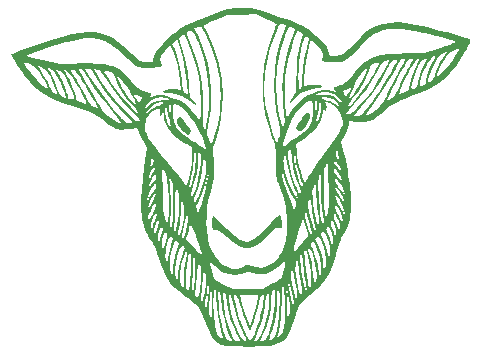
<source format=gbr>
%TF.GenerationSoftware,KiCad,Pcbnew,(6.0.0)*%
%TF.CreationDate,2022-02-17T12:00:39-08:00*%
%TF.ProjectId,LedPracticePanel,4c656450-7261-4637-9469-636550616e65,0*%
%TF.SameCoordinates,Original*%
%TF.FileFunction,Legend,Bot*%
%TF.FilePolarity,Positive*%
%FSLAX46Y46*%
G04 Gerber Fmt 4.6, Leading zero omitted, Abs format (unit mm)*
G04 Created by KiCad (PCBNEW (6.0.0)) date 2022-02-17 12:00:39*
%MOMM*%
%LPD*%
G01*
G04 APERTURE LIST*
G04 APERTURE END LIST*
%TO.C,G\u002A\u002A\u002A*%
G36*
X35360954Y-36248388D02*
G01*
X35404093Y-36464072D01*
X35440520Y-36749291D01*
X35448976Y-36836323D01*
X35467016Y-37085630D01*
X35450741Y-37219844D01*
X35386625Y-37281480D01*
X35261138Y-37313055D01*
X35091154Y-37320868D01*
X34979763Y-37274499D01*
X34934626Y-37281326D01*
X34796284Y-37386292D01*
X34592164Y-37580490D01*
X34347621Y-37841189D01*
X34203399Y-37996173D01*
X33890686Y-38300619D01*
X33586479Y-38561501D01*
X33340114Y-38735051D01*
X33185801Y-38815999D01*
X32731108Y-38961000D01*
X32275841Y-38958349D01*
X31807426Y-38804581D01*
X31313289Y-38496232D01*
X30780856Y-38029835D01*
X30682056Y-37933754D01*
X30420123Y-37700577D01*
X30204551Y-37561888D01*
X29986603Y-37491763D01*
X29717540Y-37464280D01*
X29648455Y-37444786D01*
X29598710Y-37361680D01*
X29575255Y-37180030D01*
X29569373Y-36864558D01*
X29569416Y-36840998D01*
X29577563Y-36553381D01*
X29597071Y-36349402D01*
X29623994Y-36271891D01*
X29658673Y-36293374D01*
X29800877Y-36410529D01*
X30030195Y-36612415D01*
X30324503Y-36879414D01*
X30661677Y-37191911D01*
X30843228Y-37360246D01*
X31197847Y-37680448D01*
X31518563Y-37959401D01*
X31775944Y-38171779D01*
X31940556Y-38292261D01*
X32000395Y-38327399D01*
X32258013Y-38440267D01*
X32509751Y-38472298D01*
X32773619Y-38414461D01*
X33067628Y-38257724D01*
X33409790Y-37993057D01*
X33818115Y-37611427D01*
X34310615Y-37103804D01*
X34542880Y-36861357D01*
X34839016Y-36564964D01*
X35082035Y-36336734D01*
X35251543Y-36195594D01*
X35327147Y-36160467D01*
X35360954Y-36248388D01*
G37*
G36*
X26886027Y-27896041D02*
G01*
X27042801Y-27985284D01*
X27188746Y-28207391D01*
X27211000Y-28249010D01*
X27384527Y-28513806D01*
X27571467Y-28730150D01*
X27715998Y-28896954D01*
X27785475Y-29118299D01*
X27689773Y-29312291D01*
X27557287Y-29399586D01*
X27392194Y-29376194D01*
X27177446Y-29214339D01*
X26910252Y-28925738D01*
X26708851Y-28622441D01*
X26591793Y-28341104D01*
X26566170Y-28107832D01*
X26639075Y-27948727D01*
X26817599Y-27889891D01*
X26886027Y-27896041D01*
G37*
G36*
X37827768Y-27641385D02*
G01*
X37860287Y-27768864D01*
X37818497Y-28027872D01*
X37686925Y-28344367D01*
X37479061Y-28678239D01*
X37412343Y-28767419D01*
X37242667Y-28962492D01*
X37102931Y-29049844D01*
X36951957Y-29059239D01*
X36787803Y-29003226D01*
X36696101Y-28851547D01*
X36735659Y-28631160D01*
X36907944Y-28365209D01*
X36944620Y-28321058D01*
X37137896Y-28061542D01*
X37291269Y-27817732D01*
X37343649Y-27735911D01*
X37514310Y-27585850D01*
X37691478Y-27549150D01*
X37827768Y-27641385D01*
G37*
G36*
X51253313Y-21877315D02*
G01*
X51107735Y-22149016D01*
X51065778Y-22227322D01*
X50831042Y-22622767D01*
X50563365Y-23040666D01*
X50277008Y-23458034D01*
X49986230Y-23851885D01*
X49705292Y-24199234D01*
X49448455Y-24477097D01*
X49413085Y-24511518D01*
X49100068Y-24790438D01*
X48760123Y-25041498D01*
X48366136Y-25279791D01*
X47890991Y-25520411D01*
X47307574Y-25778453D01*
X46588769Y-26069011D01*
X46078872Y-26271881D01*
X45559065Y-26490860D01*
X45141383Y-26687787D01*
X44793539Y-26880924D01*
X44483244Y-27088534D01*
X44178210Y-27328879D01*
X43846150Y-27620219D01*
X43845353Y-27620941D01*
X43468778Y-27939485D01*
X43142593Y-28147039D01*
X42812798Y-28262529D01*
X42425390Y-28304880D01*
X41926368Y-28293017D01*
X41186784Y-28250848D01*
X41138619Y-28552057D01*
X41135589Y-28571004D01*
X41071398Y-28803032D01*
X40947667Y-29117760D01*
X40792412Y-29441540D01*
X40500429Y-29991921D01*
X40658797Y-30655406D01*
X40796846Y-31245102D01*
X40866907Y-31566069D01*
X40967896Y-32028723D01*
X41042024Y-32419439D01*
X41096865Y-32708500D01*
X41188733Y-33319304D01*
X41196700Y-33396211D01*
X41218319Y-33604891D01*
X41248477Y-33896001D01*
X41280510Y-34463409D01*
X41281078Y-34473463D01*
X41291513Y-35086558D01*
X41290560Y-35290581D01*
X41289338Y-35552244D01*
X41274635Y-35991568D01*
X41272250Y-36062843D01*
X41230422Y-36472961D01*
X41203530Y-36596726D01*
X41154572Y-36822043D01*
X41035418Y-37149535D01*
X40973446Y-37274153D01*
X40863678Y-37494885D01*
X40775005Y-37647725D01*
X40630071Y-37897537D01*
X40484110Y-38181929D01*
X40438254Y-38299842D01*
X40302990Y-38647655D01*
X40202200Y-38994545D01*
X40153419Y-39162436D01*
X39960350Y-39887732D01*
X39934534Y-39963914D01*
X39722575Y-40589407D01*
X39509660Y-41052640D01*
X39452779Y-41176393D01*
X39134839Y-41677924D01*
X38752633Y-42123238D01*
X38400763Y-42441441D01*
X38290040Y-42541570D01*
X38185229Y-42628888D01*
X37817232Y-42935468D01*
X37618361Y-43116396D01*
X37446747Y-43272526D01*
X37213101Y-43526658D01*
X37166474Y-43577373D01*
X36952781Y-43884039D01*
X36827256Y-44135840D01*
X36782035Y-44226552D01*
X36630603Y-44638939D01*
X36474852Y-45155229D01*
X36436780Y-45286407D01*
X36263844Y-45823863D01*
X36098091Y-46227457D01*
X35926477Y-46525262D01*
X35735957Y-46745350D01*
X35728200Y-46752504D01*
X35403778Y-46971488D01*
X34968812Y-47155909D01*
X34480040Y-47281544D01*
X34453035Y-47285706D01*
X34223314Y-47304919D01*
X33862945Y-47320257D01*
X33404237Y-47330922D01*
X32879498Y-47336113D01*
X32321040Y-47335028D01*
X32086771Y-47333062D01*
X31543370Y-47326669D01*
X31133961Y-47316929D01*
X30832581Y-47301361D01*
X30613269Y-47277482D01*
X30450062Y-47242812D01*
X30316997Y-47194870D01*
X30188111Y-47131173D01*
X30083940Y-47071939D01*
X29847229Y-46897620D01*
X29642462Y-46670419D01*
X29451195Y-46362536D01*
X29254986Y-45946169D01*
X29035392Y-45393517D01*
X29027522Y-45373558D01*
X29569373Y-45373558D01*
X29611706Y-45415891D01*
X29654040Y-45373558D01*
X29611706Y-45331225D01*
X29569373Y-45373558D01*
X29027522Y-45373558D01*
X28880393Y-45000411D01*
X28711339Y-44605671D01*
X28557935Y-44279540D01*
X28544365Y-44255021D01*
X29262989Y-44255021D01*
X29274793Y-44432047D01*
X29311723Y-44586899D01*
X29374073Y-44757599D01*
X29527040Y-45146949D01*
X29527040Y-43867148D01*
X29668711Y-43867148D01*
X29687852Y-44306788D01*
X29702239Y-44492211D01*
X29757987Y-45010563D01*
X29778561Y-45146949D01*
X29812745Y-45373558D01*
X29831003Y-45494593D01*
X29914836Y-45910601D01*
X30003037Y-46224889D01*
X30089158Y-46403758D01*
X30167765Y-46483168D01*
X30316330Y-46590399D01*
X30445238Y-46647676D01*
X30499614Y-46625370D01*
X30476570Y-46520630D01*
X30414970Y-46301111D01*
X30328485Y-46016412D01*
X30188452Y-45495351D01*
X30040487Y-44721212D01*
X29943419Y-43914467D01*
X29908380Y-43151058D01*
X29905989Y-42962056D01*
X29900656Y-42856465D01*
X30087610Y-42856465D01*
X30088822Y-43181518D01*
X30105582Y-43573681D01*
X30136057Y-44000379D01*
X30178413Y-44429031D01*
X30230815Y-44827062D01*
X30291430Y-45161891D01*
X30384938Y-45554496D01*
X30512720Y-46007137D01*
X30641414Y-46383037D01*
X30748642Y-46625370D01*
X30760539Y-46652257D01*
X30859614Y-46784859D01*
X30924609Y-46815801D01*
X31116261Y-46853928D01*
X31157241Y-46853312D01*
X31217549Y-46828421D01*
X31200586Y-46736986D01*
X31104862Y-46537725D01*
X30844236Y-45920280D01*
X30606525Y-45108842D01*
X30419368Y-44166029D01*
X30286795Y-43108725D01*
X30286256Y-43103022D01*
X30507209Y-43103022D01*
X30524343Y-43532058D01*
X30547902Y-43815942D01*
X30688743Y-44671625D01*
X30924684Y-45546985D01*
X31237219Y-46368391D01*
X31337337Y-46581727D01*
X31445918Y-46757530D01*
X31543265Y-46828421D01*
X31554724Y-46836766D01*
X31697602Y-46855225D01*
X31852113Y-46840439D01*
X31936429Y-46769100D01*
X31862099Y-46639325D01*
X31860291Y-46637432D01*
X31756578Y-46483855D01*
X31614085Y-46217236D01*
X31453244Y-45881953D01*
X31294486Y-45522382D01*
X31158242Y-45182903D01*
X31064944Y-44907891D01*
X31041103Y-44817622D01*
X30967036Y-44473536D01*
X30894027Y-44056660D01*
X30834916Y-43637891D01*
X30817947Y-43498655D01*
X30770405Y-43136451D01*
X30769649Y-43132131D01*
X30951945Y-43132131D01*
X30970466Y-43405058D01*
X30974067Y-43439194D01*
X31163512Y-44532682D01*
X31487666Y-45528193D01*
X31949006Y-46433389D01*
X32032302Y-46560417D01*
X32210826Y-46769100D01*
X32218735Y-46778345D01*
X32369033Y-46855225D01*
X32383804Y-46854997D01*
X32450326Y-46834818D01*
X32453433Y-46760295D01*
X32385652Y-46600888D01*
X32239506Y-46326058D01*
X32141088Y-46135568D01*
X31890586Y-45560609D01*
X31657485Y-44908145D01*
X31463873Y-44243714D01*
X31331836Y-43632854D01*
X31269673Y-43307567D01*
X31192749Y-43052517D01*
X31175865Y-43027640D01*
X31437333Y-43027640D01*
X31439727Y-43194763D01*
X31480529Y-43473902D01*
X31552066Y-43829154D01*
X31646666Y-44224615D01*
X31756655Y-44624384D01*
X31874360Y-44992558D01*
X31894388Y-45049030D01*
X32059802Y-45477159D01*
X32248862Y-45917736D01*
X32424484Y-46283725D01*
X32453342Y-46338276D01*
X32603523Y-46600740D01*
X32711142Y-46760295D01*
X32728089Y-46785421D01*
X32802504Y-46855225D01*
X32806237Y-46854907D01*
X32839044Y-46821757D01*
X33125373Y-46821757D01*
X33137003Y-46836083D01*
X33245468Y-46855225D01*
X33332149Y-46818405D01*
X33346818Y-46801718D01*
X33633373Y-46801718D01*
X33659474Y-46838048D01*
X33799164Y-46840296D01*
X34021732Y-46773027D01*
X34068662Y-46743885D01*
X34079028Y-46730007D01*
X34395373Y-46730007D01*
X34397545Y-46743024D01*
X34482765Y-46759523D01*
X34700279Y-46687912D01*
X34818941Y-46564314D01*
X34871089Y-46443797D01*
X35087435Y-46443797D01*
X35116347Y-46511552D01*
X35227579Y-46469720D01*
X35392775Y-46324688D01*
X35525069Y-46103233D01*
X35636294Y-45709642D01*
X35707182Y-45173659D01*
X35736215Y-44507294D01*
X35721874Y-43722558D01*
X35721627Y-43716895D01*
X35691120Y-43132049D01*
X35656449Y-42702108D01*
X35615602Y-42412776D01*
X35566568Y-42249760D01*
X35553245Y-42238290D01*
X35798466Y-42238290D01*
X35802382Y-42325558D01*
X35804305Y-42341844D01*
X35828413Y-42602219D01*
X35855849Y-42979372D01*
X35883380Y-43425273D01*
X35907776Y-43891891D01*
X35936812Y-44507294D01*
X35961706Y-45034891D01*
X36084304Y-44612151D01*
X36126788Y-44463145D01*
X36165689Y-44295938D01*
X36181255Y-44135840D01*
X36171037Y-43948319D01*
X36132586Y-43698843D01*
X36063454Y-43352877D01*
X35961192Y-42875891D01*
X35947279Y-42811877D01*
X35875513Y-42497389D01*
X35824376Y-42300880D01*
X35798466Y-42238290D01*
X35553245Y-42238290D01*
X35507332Y-42198764D01*
X35497031Y-42222464D01*
X35479273Y-42381305D01*
X35464480Y-42664853D01*
X35453964Y-43044073D01*
X35450501Y-43357233D01*
X35449034Y-43489931D01*
X35448651Y-43554685D01*
X35427434Y-44238936D01*
X35377890Y-44901382D01*
X35304408Y-45505227D01*
X35211376Y-46013675D01*
X35103182Y-46389928D01*
X35087435Y-46443797D01*
X34871089Y-46443797D01*
X34936248Y-46293210D01*
X35043210Y-45900658D01*
X35135273Y-45411034D01*
X35207885Y-44848710D01*
X35256491Y-44238062D01*
X35276538Y-43603464D01*
X35277319Y-43357233D01*
X35271537Y-42920020D01*
X35254136Y-42625304D01*
X35223631Y-42454722D01*
X35178540Y-42389909D01*
X35133717Y-42404942D01*
X35097869Y-42520907D01*
X35078509Y-42763568D01*
X35072706Y-43154078D01*
X35072525Y-43203467D01*
X35072503Y-43209533D01*
X35011381Y-44175007D01*
X34850651Y-45156043D01*
X34603874Y-46068343D01*
X34581557Y-46135055D01*
X34486939Y-46423713D01*
X34420469Y-46636020D01*
X34395373Y-46730007D01*
X34079028Y-46730007D01*
X34207047Y-46558617D01*
X34349725Y-46243074D01*
X34489685Y-45825638D01*
X34619919Y-45334691D01*
X34733415Y-44798618D01*
X34823163Y-44245801D01*
X34882152Y-43704623D01*
X34903373Y-43203467D01*
X34902838Y-43117077D01*
X34891846Y-42822080D01*
X34869576Y-42615798D01*
X34839873Y-42538521D01*
X34738273Y-42566708D01*
X34661868Y-42666281D01*
X34608599Y-42861674D01*
X34571903Y-43177380D01*
X34562216Y-43344531D01*
X34545216Y-43637891D01*
X34543031Y-43686165D01*
X34509962Y-44186666D01*
X34455459Y-44594392D01*
X34367109Y-44979819D01*
X34232499Y-45413422D01*
X34163806Y-45611232D01*
X34025942Y-45977447D01*
X33897070Y-46284723D01*
X33798056Y-46481749D01*
X33773942Y-46521342D01*
X33673938Y-46701012D01*
X33633373Y-46801718D01*
X33346818Y-46801718D01*
X33484537Y-46645057D01*
X33655589Y-46355288D01*
X33832359Y-45977626D01*
X34001904Y-45540602D01*
X34151278Y-45072745D01*
X34267538Y-44602584D01*
X34290251Y-44485498D01*
X34348498Y-44093075D01*
X34383944Y-43701653D01*
X34396180Y-43344531D01*
X34384798Y-43055011D01*
X34349387Y-42866390D01*
X34289540Y-42811971D01*
X34272813Y-42823991D01*
X34208712Y-42962358D01*
X34207787Y-42964354D01*
X34139547Y-43234003D01*
X34076388Y-43602193D01*
X34019159Y-43964873D01*
X33752067Y-45132682D01*
X33376519Y-46198104D01*
X33353214Y-46253013D01*
X33237561Y-46530279D01*
X33156151Y-46733425D01*
X33125373Y-46821757D01*
X32839044Y-46821757D01*
X32890001Y-46770268D01*
X33010214Y-46557383D01*
X33153320Y-46247556D01*
X33305764Y-45872091D01*
X33453990Y-45462292D01*
X33584443Y-45049463D01*
X33640868Y-44840191D01*
X33735408Y-44435528D01*
X33825052Y-43995575D01*
X33900541Y-43570170D01*
X33952623Y-43209152D01*
X33972040Y-42962358D01*
X33971244Y-42950328D01*
X33909508Y-42905273D01*
X33789007Y-42945187D01*
X33769123Y-42960558D01*
X33665861Y-43040383D01*
X33596188Y-43161175D01*
X33488825Y-43682860D01*
X33346032Y-44304538D01*
X33204009Y-44849285D01*
X33068289Y-45299102D01*
X32944408Y-45635989D01*
X32837901Y-45841948D01*
X32754303Y-45898979D01*
X32712937Y-45862981D01*
X32609252Y-45689692D01*
X32478126Y-45404294D01*
X32332186Y-45039177D01*
X32184063Y-44626733D01*
X32046386Y-44199353D01*
X31931784Y-43789428D01*
X31818407Y-43401327D01*
X31690422Y-43105769D01*
X31566280Y-42970705D01*
X31448612Y-43000430D01*
X31437333Y-43027640D01*
X31175865Y-43027640D01*
X31130335Y-42960558D01*
X31921195Y-42960558D01*
X31978724Y-43278058D01*
X32008624Y-43410579D01*
X32089056Y-43705270D01*
X32200127Y-44075639D01*
X32327225Y-44471644D01*
X32424788Y-44764306D01*
X32553260Y-45136998D01*
X32646721Y-45373804D01*
X32716175Y-45490450D01*
X32772626Y-45502663D01*
X32827077Y-45426169D01*
X32890532Y-45276693D01*
X32926367Y-45177284D01*
X33019855Y-44871015D01*
X33127833Y-44473296D01*
X33237457Y-44034556D01*
X33335887Y-43605223D01*
X33410280Y-43235725D01*
X33459806Y-42960558D01*
X31921195Y-42960558D01*
X31130335Y-42960558D01*
X31101380Y-42917897D01*
X30983336Y-42877188D01*
X30957667Y-42941513D01*
X30951945Y-43132131D01*
X30769649Y-43132131D01*
X30729924Y-42905033D01*
X30688226Y-42775507D01*
X30637033Y-42718980D01*
X30568065Y-42706558D01*
X30550819Y-42714129D01*
X30515888Y-42833136D01*
X30507209Y-43103022D01*
X30286256Y-43103022D01*
X30286167Y-43102083D01*
X30246875Y-42817283D01*
X30195747Y-42614492D01*
X30143679Y-42537225D01*
X30139167Y-42538006D01*
X30103780Y-42631102D01*
X30087610Y-42856465D01*
X29900656Y-42856465D01*
X29890572Y-42656802D01*
X29864039Y-42446328D01*
X29830112Y-42367891D01*
X29822270Y-42369281D01*
X29766215Y-42467914D01*
X29720464Y-42699286D01*
X29687385Y-43031128D01*
X29669345Y-43431171D01*
X29668711Y-43867148D01*
X29527040Y-43867148D01*
X29527040Y-43679807D01*
X29526603Y-43275464D01*
X29525066Y-42853379D01*
X29522621Y-42519982D01*
X29519474Y-42302155D01*
X29515832Y-42226778D01*
X29515067Y-42228913D01*
X29497798Y-42332581D01*
X29463634Y-42567836D01*
X29417137Y-42902543D01*
X29362866Y-43304570D01*
X29313586Y-43682354D01*
X29276018Y-44017798D01*
X29262989Y-44255021D01*
X28544365Y-44255021D01*
X28440597Y-44067532D01*
X28343568Y-43946903D01*
X28097613Y-43706746D01*
X28063227Y-43677845D01*
X28941196Y-43677845D01*
X28970411Y-43877167D01*
X28984484Y-43901015D01*
X29037868Y-43955314D01*
X29083126Y-43915822D01*
X29126079Y-43763825D01*
X29172544Y-43480604D01*
X29228338Y-43047446D01*
X29265677Y-42723187D01*
X29304899Y-42292311D01*
X29312138Y-42021527D01*
X29287405Y-41906916D01*
X29230706Y-41944558D01*
X29216570Y-41971502D01*
X29167724Y-42162386D01*
X29147336Y-42413603D01*
X29137634Y-42576323D01*
X29090787Y-42908378D01*
X29018438Y-43245545D01*
X28995653Y-43337361D01*
X28941196Y-43677845D01*
X28063227Y-43677845D01*
X27765109Y-43427280D01*
X27502019Y-43229889D01*
X28607361Y-43229889D01*
X28624453Y-43370546D01*
X28672937Y-43453347D01*
X28707312Y-43481714D01*
X28766201Y-43470696D01*
X28818238Y-43342769D01*
X28877135Y-43072347D01*
X28938075Y-42727472D01*
X29014540Y-42146822D01*
X29041692Y-41666404D01*
X29018833Y-41306589D01*
X28945264Y-41087746D01*
X28875846Y-40993490D01*
X28828301Y-40968651D01*
X28810017Y-41067111D01*
X28806774Y-41311886D01*
X28804547Y-41404042D01*
X28804448Y-41405448D01*
X28781722Y-41728656D01*
X28739520Y-42128385D01*
X28684526Y-42537225D01*
X28669050Y-42640959D01*
X28622086Y-42997864D01*
X28607361Y-43229889D01*
X27502019Y-43229889D01*
X27380740Y-43138896D01*
X27078710Y-42915940D01*
X27056225Y-42898031D01*
X28117658Y-42898031D01*
X28149341Y-43009878D01*
X28222530Y-43094638D01*
X28261506Y-43128164D01*
X28335674Y-43166478D01*
X28391857Y-43128246D01*
X28439788Y-42990596D01*
X28489202Y-42730657D01*
X28549832Y-42325558D01*
X28595425Y-41955467D01*
X28633115Y-41405448D01*
X28627201Y-40937847D01*
X28578540Y-40579954D01*
X28487991Y-40359058D01*
X28477659Y-40345800D01*
X28412467Y-40273084D01*
X28370572Y-40273215D01*
X28344895Y-40370297D01*
X28334307Y-40509928D01*
X28328354Y-40588433D01*
X28313867Y-40951725D01*
X28310380Y-41036826D01*
X28280217Y-41494809D01*
X28234336Y-41961396D01*
X28181192Y-42347622D01*
X28169168Y-42418749D01*
X28125071Y-42715516D01*
X28117658Y-42898031D01*
X27056225Y-42898031D01*
X26715776Y-42626872D01*
X26403589Y-42356094D01*
X26187285Y-42141332D01*
X26017586Y-41929464D01*
X25655191Y-41340029D01*
X25315433Y-40592165D01*
X25223259Y-40327970D01*
X25980036Y-40327970D01*
X26008584Y-40736076D01*
X26019757Y-40794159D01*
X26089456Y-41074325D01*
X26152778Y-41186770D01*
X26207891Y-41132847D01*
X26252962Y-40913907D01*
X26255994Y-40878961D01*
X26436706Y-40878961D01*
X26445896Y-41232027D01*
X26486245Y-41552941D01*
X26561014Y-41737876D01*
X26571560Y-41751651D01*
X26633087Y-41813198D01*
X26667709Y-41781058D01*
X26683370Y-41630024D01*
X26686677Y-41419874D01*
X26862268Y-41419874D01*
X26872361Y-41769071D01*
X26905547Y-42037492D01*
X26961640Y-42181625D01*
X26985935Y-42205067D01*
X27110831Y-42278140D01*
X27165208Y-42198774D01*
X27150152Y-41965725D01*
X27136209Y-41708557D01*
X27139333Y-41626244D01*
X27311770Y-41626244D01*
X27327732Y-42044249D01*
X27374899Y-42326388D01*
X27446558Y-42522771D01*
X27524583Y-42565163D01*
X27597681Y-42449201D01*
X27611187Y-42383024D01*
X27820379Y-42383024D01*
X27822258Y-42673576D01*
X27855384Y-42804436D01*
X27889039Y-42810153D01*
X27944465Y-42702441D01*
X27995916Y-42472077D01*
X28041566Y-42148475D01*
X28079590Y-41761046D01*
X28108164Y-41339204D01*
X28125461Y-40912360D01*
X28129656Y-40509928D01*
X28119860Y-40191770D01*
X29400040Y-40191770D01*
X29418512Y-40347662D01*
X29472824Y-40616273D01*
X29549331Y-40934654D01*
X29634196Y-41248848D01*
X29713586Y-41504899D01*
X29773663Y-41648849D01*
X29789751Y-41666404D01*
X29812923Y-41691689D01*
X29995482Y-41821453D01*
X30273843Y-41977317D01*
X30367160Y-42021527D01*
X30605298Y-42134348D01*
X31323089Y-42446099D01*
X32573594Y-42436811D01*
X33824098Y-42427524D01*
X34554236Y-42070646D01*
X34725475Y-41984516D01*
X34935962Y-41869880D01*
X36012721Y-41869880D01*
X36024194Y-42062660D01*
X36066578Y-42386471D01*
X36141330Y-42833558D01*
X36228376Y-43285776D01*
X36300158Y-43584443D01*
X36360555Y-43737564D01*
X36414040Y-43756458D01*
X36465089Y-43652440D01*
X36489155Y-43526658D01*
X36470307Y-43384863D01*
X36444399Y-43316610D01*
X36384135Y-43107153D01*
X36304818Y-42799235D01*
X36216756Y-42431606D01*
X36149219Y-42155288D01*
X36076689Y-41908438D01*
X36030705Y-41815887D01*
X36012721Y-41869880D01*
X34935962Y-41869880D01*
X35041575Y-41812361D01*
X35288983Y-41660435D01*
X35425123Y-41553996D01*
X35494457Y-41432748D01*
X35586389Y-41168229D01*
X35591184Y-41148714D01*
X36263559Y-41148714D01*
X36269774Y-41510181D01*
X36308951Y-41922157D01*
X36379670Y-42341189D01*
X36464787Y-42726621D01*
X36544132Y-43026222D01*
X36611713Y-43192871D01*
X36675263Y-43244882D01*
X36742515Y-43200570D01*
X36781885Y-43116396D01*
X36781153Y-42928200D01*
X36715728Y-42621627D01*
X36702810Y-42570053D01*
X36631149Y-42234406D01*
X36557393Y-41823344D01*
X36495632Y-41414161D01*
X36475195Y-41270763D01*
X36421357Y-40974955D01*
X36373689Y-40814296D01*
X36616741Y-40814296D01*
X36649032Y-41272822D01*
X36716184Y-41777067D01*
X36816423Y-42293231D01*
X36839018Y-42390559D01*
X36919804Y-42685911D01*
X36993209Y-42835768D01*
X37072434Y-42857894D01*
X37170676Y-42770058D01*
X37173051Y-42767008D01*
X37203483Y-42628888D01*
X37179675Y-42359448D01*
X37100423Y-41944558D01*
X37094509Y-41917166D01*
X37009623Y-41469293D01*
X36934898Y-40985498D01*
X36885904Y-40565852D01*
X36867310Y-40360401D01*
X36839143Y-40121036D01*
X36808305Y-40012241D01*
X36765340Y-40009653D01*
X36700793Y-40088911D01*
X36663834Y-40169600D01*
X36661932Y-40181421D01*
X36621084Y-40435288D01*
X36616741Y-40814296D01*
X36373689Y-40814296D01*
X36370556Y-40803736D01*
X36328593Y-40779161D01*
X36291728Y-40881205D01*
X36263559Y-41148714D01*
X35591184Y-41148714D01*
X35668468Y-40834166D01*
X35727437Y-40486562D01*
X35750040Y-40181421D01*
X35741213Y-40079854D01*
X35697786Y-40065588D01*
X35595066Y-40155148D01*
X35408362Y-40361550D01*
X35149129Y-40616976D01*
X34641176Y-40954058D01*
X34081364Y-41153299D01*
X33499868Y-41205693D01*
X32926862Y-41102233D01*
X32745838Y-41052869D01*
X32530992Y-41050767D01*
X32273395Y-41132471D01*
X32014965Y-41209356D01*
X31531032Y-41261403D01*
X31035855Y-41224739D01*
X30608071Y-41100857D01*
X30402952Y-40986059D01*
X30105779Y-40776980D01*
X29824904Y-40540797D01*
X29810103Y-40526981D01*
X29602948Y-40340359D01*
X29455932Y-40220136D01*
X29400040Y-40191770D01*
X28119860Y-40191770D01*
X28118923Y-40161320D01*
X28091437Y-39895948D01*
X28058141Y-39785558D01*
X28722706Y-39785558D01*
X28765040Y-39827891D01*
X28807373Y-39785558D01*
X28765040Y-39743225D01*
X28722706Y-39785558D01*
X28058141Y-39785558D01*
X28045373Y-39743225D01*
X28039349Y-39734586D01*
X27995895Y-39737282D01*
X27970646Y-39890938D01*
X27962003Y-40204408D01*
X27961192Y-40243699D01*
X27957717Y-40412090D01*
X27938114Y-40824791D01*
X27906355Y-41295308D01*
X27866537Y-41757004D01*
X27849677Y-41939502D01*
X27820379Y-42383024D01*
X27611187Y-42383024D01*
X27654556Y-42170521D01*
X27666744Y-42067781D01*
X27708242Y-41632841D01*
X27740440Y-41161007D01*
X27762399Y-40686539D01*
X27773181Y-40243699D01*
X27771849Y-39866749D01*
X27757465Y-39589949D01*
X27729090Y-39447562D01*
X27702508Y-39406193D01*
X27652673Y-39390666D01*
X27604063Y-39498015D01*
X27543029Y-39750458D01*
X27513869Y-39890467D01*
X27409439Y-40500336D01*
X27340540Y-41095267D01*
X27311770Y-41626244D01*
X27139333Y-41626244D01*
X27150598Y-41329425D01*
X27188859Y-40880163D01*
X27245964Y-40409117D01*
X27316889Y-39964634D01*
X27396607Y-39595058D01*
X27438521Y-39413626D01*
X27465509Y-39224080D01*
X27450730Y-39150558D01*
X27436360Y-39155283D01*
X27354776Y-39263584D01*
X27249350Y-39483927D01*
X27136482Y-39774947D01*
X27032569Y-40095279D01*
X26954010Y-40403559D01*
X26912108Y-40653209D01*
X26875455Y-41033416D01*
X26862268Y-41419874D01*
X26686677Y-41419874D01*
X26688014Y-41334892D01*
X26694681Y-41085273D01*
X26813117Y-40221956D01*
X27083170Y-39414209D01*
X27188589Y-39165598D01*
X27233018Y-39011408D01*
X27213952Y-38921196D01*
X27135640Y-38849213D01*
X27084588Y-38814746D01*
X26979113Y-38799631D01*
X26882668Y-38924229D01*
X26750325Y-39204242D01*
X26585821Y-39723679D01*
X26476417Y-40303238D01*
X26436706Y-40878961D01*
X26255994Y-40878961D01*
X26286160Y-40531301D01*
X26312206Y-40210721D01*
X26402383Y-39691369D01*
X26561518Y-39205249D01*
X26582184Y-39153494D01*
X26689953Y-38867406D01*
X26735830Y-38689674D01*
X26725795Y-38579661D01*
X26665832Y-38496731D01*
X26565181Y-38422148D01*
X26451740Y-38436307D01*
X26343695Y-38589388D01*
X26225360Y-38895595D01*
X26113384Y-39295953D01*
X26017351Y-39827716D01*
X25980036Y-40327970D01*
X25223259Y-40327970D01*
X25006492Y-39706656D01*
X25608796Y-39706656D01*
X25643404Y-39976058D01*
X25697205Y-40116297D01*
X25767361Y-40159041D01*
X25822015Y-40056432D01*
X25844040Y-39821653D01*
X25844262Y-39805216D01*
X25876407Y-39543037D01*
X25952420Y-39198673D01*
X26057077Y-38842119D01*
X26104197Y-38698664D01*
X26194602Y-38378076D01*
X26206891Y-38266344D01*
X27356261Y-38266344D01*
X27773380Y-38689674D01*
X28047374Y-38967747D01*
X28090542Y-39011408D01*
X28233223Y-39155717D01*
X28302538Y-39224080D01*
X28465186Y-39384494D01*
X28607809Y-39510304D01*
X28678865Y-39545023D01*
X28696125Y-39500526D01*
X28677362Y-39388687D01*
X28641421Y-39261016D01*
X28557114Y-39004362D01*
X28439885Y-38667501D01*
X28302383Y-38284740D01*
X28157259Y-37890385D01*
X28017160Y-37518742D01*
X27894738Y-37204117D01*
X27802641Y-36980817D01*
X27753518Y-36883147D01*
X27752925Y-36882588D01*
X27709793Y-36928266D01*
X27660421Y-37087401D01*
X27631624Y-37209476D01*
X27561586Y-37489566D01*
X27481078Y-37798284D01*
X27379441Y-38179418D01*
X27356261Y-38266344D01*
X26206891Y-38266344D01*
X26216451Y-38179418D01*
X26169651Y-38078189D01*
X26058820Y-38051044D01*
X27023413Y-38051044D01*
X27073422Y-38135982D01*
X27118439Y-38151063D01*
X27184485Y-38082602D01*
X27261763Y-37889483D01*
X27360499Y-37550864D01*
X27468577Y-37110107D01*
X27536125Y-36690718D01*
X27536782Y-36365667D01*
X27473065Y-36102558D01*
X27429758Y-36012894D01*
X27394716Y-36019975D01*
X27363222Y-36155002D01*
X27326367Y-36438367D01*
X27292314Y-36678279D01*
X27209949Y-37119170D01*
X27115181Y-37517110D01*
X27083911Y-37632847D01*
X27026051Y-37896057D01*
X27023413Y-38051044D01*
X26058820Y-38051044D01*
X26054112Y-38049891D01*
X26048647Y-38050109D01*
X25939875Y-38135789D01*
X25834190Y-38349684D01*
X25739915Y-38652756D01*
X25665376Y-39005967D01*
X25618895Y-39370279D01*
X25608796Y-39706656D01*
X25006492Y-39706656D01*
X25001639Y-39692745D01*
X24922403Y-39450941D01*
X24780081Y-39071843D01*
X24639644Y-38754508D01*
X24559600Y-38614720D01*
X25279429Y-38614720D01*
X25318247Y-38843863D01*
X25327111Y-38870970D01*
X25384831Y-39025536D01*
X25414249Y-39065891D01*
X25415515Y-39061431D01*
X25452516Y-38947916D01*
X25527886Y-38723312D01*
X25627120Y-38430891D01*
X25730168Y-38095491D01*
X25771078Y-37858178D01*
X25754088Y-37785760D01*
X26678922Y-37785760D01*
X26718191Y-37858178D01*
X26728105Y-37876462D01*
X26751326Y-37889169D01*
X26817162Y-37846180D01*
X26889866Y-37672113D01*
X26978090Y-37348708D01*
X27053890Y-37003992D01*
X27142810Y-36435325D01*
X27180808Y-35915783D01*
X27166491Y-35499657D01*
X28193963Y-35499657D01*
X28238748Y-35727784D01*
X28251698Y-35768397D01*
X28310588Y-35915783D01*
X28322540Y-35945696D01*
X28377079Y-36017476D01*
X28399279Y-36000702D01*
X28470741Y-35856897D01*
X28566980Y-35589871D01*
X28680311Y-35228678D01*
X28803047Y-34802374D01*
X28927501Y-34340011D01*
X29045987Y-33870645D01*
X29150819Y-33423329D01*
X29234310Y-33027117D01*
X29288773Y-32711064D01*
X29306523Y-32504225D01*
X29305396Y-32468613D01*
X29291552Y-32376963D01*
X29260904Y-32421986D01*
X29209650Y-32613781D01*
X29133987Y-32962444D01*
X29071158Y-33239092D01*
X28863598Y-33945892D01*
X28606176Y-34605262D01*
X28321455Y-35156284D01*
X28239577Y-35305638D01*
X28193963Y-35499657D01*
X27166491Y-35499657D01*
X27165889Y-35482154D01*
X27096060Y-35171225D01*
X27058361Y-35082297D01*
X27016123Y-35008185D01*
X26986368Y-35023660D01*
X26963451Y-35148585D01*
X26941726Y-35402819D01*
X26915547Y-35806225D01*
X26895863Y-36073609D01*
X26850879Y-36530968D01*
X26797163Y-36950017D01*
X26742479Y-37265312D01*
X26731087Y-37318428D01*
X26679630Y-37611905D01*
X26678922Y-37785760D01*
X25754088Y-37785760D01*
X25741567Y-37732391D01*
X25649086Y-37647739D01*
X25557712Y-37658906D01*
X25470500Y-37805374D01*
X25371589Y-38103030D01*
X25311299Y-38337180D01*
X25279429Y-38614720D01*
X24559600Y-38614720D01*
X24522394Y-38549745D01*
X24425184Y-38412291D01*
X24245972Y-38107675D01*
X24966962Y-38107675D01*
X24993505Y-38293504D01*
X25004794Y-38313298D01*
X25067086Y-38384206D01*
X25111023Y-38303891D01*
X25137904Y-38221736D01*
X25210826Y-38003851D01*
X25302830Y-37732238D01*
X25372947Y-37499203D01*
X26334839Y-37499203D01*
X26400232Y-37596761D01*
X26469191Y-37545145D01*
X26540013Y-37346186D01*
X26607203Y-37020919D01*
X26667115Y-36591129D01*
X26716100Y-36078597D01*
X26750509Y-35505107D01*
X26755367Y-35390437D01*
X26769131Y-34965249D01*
X26768605Y-34878570D01*
X28013114Y-34878570D01*
X28022359Y-34965249D01*
X28032528Y-35060597D01*
X28079484Y-35100533D01*
X28151328Y-35049126D01*
X28257702Y-34878332D01*
X28413152Y-34569381D01*
X28608989Y-34111408D01*
X28788668Y-33577785D01*
X28926588Y-33041285D01*
X29017245Y-32533387D01*
X29055132Y-32085568D01*
X29034747Y-31729305D01*
X28950584Y-31496076D01*
X28903946Y-31450500D01*
X28861862Y-31474993D01*
X28824004Y-31600641D01*
X28783901Y-31849943D01*
X28735081Y-32245396D01*
X28693610Y-32560465D01*
X28546456Y-33342098D01*
X28350994Y-34035820D01*
X28117595Y-34602049D01*
X28116618Y-34603970D01*
X28013114Y-34878570D01*
X26768605Y-34878570D01*
X26767308Y-34664811D01*
X26746904Y-34452967D01*
X26739576Y-34425139D01*
X27784670Y-34425139D01*
X27794491Y-34578558D01*
X27853630Y-34615004D01*
X27945650Y-34527189D01*
X28052614Y-34316628D01*
X28167321Y-34007661D01*
X28282572Y-33624626D01*
X28391166Y-33191863D01*
X28485904Y-32733710D01*
X28559586Y-32274508D01*
X28605011Y-31838595D01*
X28620294Y-31602251D01*
X28630502Y-31309474D01*
X28616806Y-31124246D01*
X28574800Y-31008116D01*
X28500081Y-30922631D01*
X28440638Y-30871239D01*
X28375373Y-30843043D01*
X28357394Y-30927574D01*
X28368454Y-31110051D01*
X28371043Y-31152757D01*
X28374435Y-31514490D01*
X28329654Y-32037912D01*
X28240564Y-32618313D01*
X28115775Y-33201153D01*
X27963895Y-33731891D01*
X27962324Y-33736600D01*
X27841938Y-34137870D01*
X27784670Y-34425139D01*
X26739576Y-34425139D01*
X26704927Y-34293562D01*
X26638386Y-34150441D01*
X26576171Y-34035842D01*
X27561631Y-34035842D01*
X27574541Y-34132223D01*
X27623070Y-34109188D01*
X27706675Y-33943558D01*
X27829465Y-33597635D01*
X27961441Y-33103328D01*
X28068932Y-32566782D01*
X28146300Y-32028630D01*
X28187907Y-31529509D01*
X28188117Y-31110051D01*
X28141291Y-30810891D01*
X28140435Y-30808225D01*
X28098619Y-30700760D01*
X28073014Y-30710174D01*
X28059014Y-30853947D01*
X28052011Y-31149558D01*
X28050653Y-31223803D01*
X27946972Y-32330089D01*
X27694136Y-33407097D01*
X27644831Y-33577544D01*
X27584880Y-33843222D01*
X27561631Y-34035842D01*
X26576171Y-34035842D01*
X26480106Y-33858891D01*
X26449524Y-34798617D01*
X26423621Y-35594558D01*
X26419613Y-35715845D01*
X26400991Y-36236692D01*
X26382305Y-36697500D01*
X26364810Y-37070965D01*
X26349764Y-37329781D01*
X26338421Y-37446641D01*
X26334839Y-37499203D01*
X25372947Y-37499203D01*
X25382160Y-37468583D01*
X25401409Y-37290626D01*
X25354231Y-37187549D01*
X25319771Y-37155130D01*
X25250958Y-37122789D01*
X25193198Y-37179666D01*
X25130044Y-37351003D01*
X25045047Y-37662045D01*
X25013678Y-37791802D01*
X24966962Y-38107675D01*
X24245972Y-38107675D01*
X24136125Y-37920963D01*
X23991883Y-37613419D01*
X24617783Y-37613419D01*
X24700170Y-37845702D01*
X24767122Y-37930745D01*
X24815547Y-37949577D01*
X24825347Y-37817966D01*
X24837958Y-37717895D01*
X24899401Y-37473049D01*
X24994230Y-37190998D01*
X25016741Y-37130005D01*
X25102430Y-36809366D01*
X25084144Y-36618590D01*
X25079657Y-36610900D01*
X25020707Y-36567533D01*
X24948477Y-36645453D01*
X24843500Y-36864558D01*
X24796681Y-36976956D01*
X24693145Y-37253005D01*
X24628409Y-37464702D01*
X24617783Y-37613419D01*
X23991883Y-37613419D01*
X23874893Y-37363979D01*
X23786356Y-37117459D01*
X24359776Y-37117459D01*
X24403560Y-37287891D01*
X24469341Y-37365048D01*
X24488077Y-37298478D01*
X24513073Y-37190839D01*
X24592855Y-36968582D01*
X24708211Y-36694430D01*
X24802194Y-36456719D01*
X24878628Y-36188522D01*
X24895834Y-36006510D01*
X24880476Y-35935587D01*
X24841969Y-35907942D01*
X24769788Y-36000346D01*
X24645095Y-36229558D01*
X24563133Y-36397745D01*
X24442704Y-36685191D01*
X24372955Y-36906891D01*
X24359776Y-37117459D01*
X23786356Y-37117459D01*
X23678733Y-36817798D01*
X23673507Y-36799648D01*
X23624655Y-36540558D01*
X24161332Y-36540558D01*
X24224250Y-36529285D01*
X24345525Y-36373205D01*
X24517676Y-36073651D01*
X24637709Y-35832579D01*
X24781023Y-35462629D01*
X24812392Y-35208063D01*
X24811602Y-35201520D01*
X24790587Y-35072581D01*
X24756254Y-35049927D01*
X24687398Y-35148413D01*
X24562814Y-35382891D01*
X24483748Y-35542111D01*
X24341609Y-35859004D01*
X24240592Y-36123040D01*
X24240492Y-36123347D01*
X24164253Y-36405689D01*
X24161332Y-36540558D01*
X23624655Y-36540558D01*
X23584157Y-36325771D01*
X23545924Y-35797192D01*
X24085103Y-35797192D01*
X24101319Y-35886910D01*
X24126651Y-35903619D01*
X24170676Y-35763891D01*
X24235108Y-35601739D01*
X24365204Y-35342360D01*
X24528314Y-35055133D01*
X24641350Y-34855533D01*
X24761745Y-34603052D01*
X24828116Y-34411981D01*
X24835749Y-34305179D01*
X24779932Y-34305506D01*
X24655956Y-34435824D01*
X24565700Y-34569534D01*
X24415473Y-34837177D01*
X24270657Y-35136710D01*
X24179489Y-35367701D01*
X24103507Y-35626920D01*
X24085103Y-35797192D01*
X23545924Y-35797192D01*
X23539503Y-35708419D01*
X23539060Y-34966433D01*
X23544351Y-34862799D01*
X24085619Y-34862799D01*
X24103518Y-34964526D01*
X24129573Y-34986698D01*
X24181228Y-34852031D01*
X24227545Y-34751989D01*
X24362692Y-34527790D01*
X24537950Y-34279798D01*
X24619958Y-34164388D01*
X24770260Y-33887346D01*
X24824995Y-33667659D01*
X24821950Y-33435558D01*
X24613444Y-33689558D01*
X24563044Y-33754839D01*
X24386502Y-34024423D01*
X24230789Y-34312466D01*
X24181817Y-34426557D01*
X24103367Y-34679347D01*
X24085619Y-34862799D01*
X23544351Y-34862799D01*
X23582342Y-34118654D01*
X23585552Y-34083978D01*
X24084624Y-34083978D01*
X24090079Y-34095109D01*
X24146146Y-34071298D01*
X24225216Y-33925745D01*
X24238098Y-33896713D01*
X24386481Y-33655643D01*
X24580192Y-33429664D01*
X24614921Y-33395380D01*
X24780123Y-33161418D01*
X24825347Y-32890551D01*
X24824865Y-32844408D01*
X24815219Y-32679448D01*
X24777377Y-32658019D01*
X24688734Y-32758225D01*
X24592733Y-32905763D01*
X24451705Y-33159728D01*
X24302987Y-33455570D01*
X24301580Y-33458522D01*
X24180028Y-33737057D01*
X24102105Y-33961669D01*
X24084624Y-34083978D01*
X23585552Y-34083978D01*
X23668864Y-33183924D01*
X23669410Y-33179686D01*
X24168238Y-33179686D01*
X24173311Y-33181996D01*
X24246089Y-33123259D01*
X24360211Y-32959539D01*
X24491338Y-32734951D01*
X24615132Y-32493613D01*
X24707257Y-32279641D01*
X24743373Y-32137150D01*
X24743373Y-32083664D01*
X25238218Y-32083664D01*
X25291114Y-32294420D01*
X25293220Y-32304050D01*
X25310721Y-32470429D01*
X25328081Y-32772747D01*
X25332703Y-32890551D01*
X25344108Y-33181274D01*
X25357611Y-33666279D01*
X25357636Y-33667659D01*
X25367399Y-34198033D01*
X25369112Y-34305179D01*
X25372459Y-34514496D01*
X25387175Y-35087795D01*
X25393037Y-35208063D01*
X25408729Y-35530028D01*
X25439173Y-35867337D01*
X25461454Y-36006510D01*
X25480562Y-36125865D01*
X25534947Y-36331754D01*
X25597417Y-36508380D01*
X25687082Y-36717689D01*
X25746810Y-36809366D01*
X25752365Y-36817893D01*
X25761351Y-36820416D01*
X25804389Y-36740714D01*
X25840488Y-36526810D01*
X25868585Y-36208086D01*
X25887617Y-35813924D01*
X25896520Y-35373708D01*
X25894230Y-34916820D01*
X25879684Y-34472642D01*
X25851817Y-34070558D01*
X25828865Y-33834869D01*
X25771980Y-33344322D01*
X25716079Y-33012225D01*
X25926827Y-33012225D01*
X25991267Y-33647225D01*
X26026968Y-34141167D01*
X26048264Y-34752948D01*
X26053419Y-35373708D01*
X26053740Y-35412376D01*
X26042902Y-36058290D01*
X26015261Y-36629531D01*
X26005018Y-36878931D01*
X26019560Y-37150517D01*
X26066138Y-37289856D01*
X26067269Y-37290626D01*
X26079666Y-37299062D01*
X26133606Y-37237835D01*
X26179577Y-37020373D01*
X26216731Y-36657198D01*
X26244221Y-36158833D01*
X26261198Y-35535798D01*
X26266815Y-34798617D01*
X26265054Y-34356492D01*
X26257175Y-33974961D01*
X26239784Y-33705771D01*
X26209483Y-33518319D01*
X26162869Y-33382004D01*
X26096542Y-33266225D01*
X25926827Y-33012225D01*
X25716079Y-33012225D01*
X25710441Y-32978734D01*
X25636448Y-32706397D01*
X25542202Y-32495602D01*
X25419904Y-32314641D01*
X25238218Y-32083664D01*
X24743373Y-32083664D01*
X24743373Y-31916213D01*
X24604287Y-32114787D01*
X24549621Y-32203637D01*
X24424634Y-32451863D01*
X24304318Y-32736769D01*
X24242925Y-32905244D01*
X24181749Y-33097031D01*
X24168238Y-33179686D01*
X23669410Y-33179686D01*
X23798141Y-32181084D01*
X23810181Y-32098633D01*
X24336736Y-32098633D01*
X24395516Y-32084310D01*
X24521434Y-31915353D01*
X24544373Y-31878308D01*
X24615167Y-31663095D01*
X24587889Y-31386186D01*
X24518141Y-31064891D01*
X24461424Y-31340058D01*
X24410384Y-31591869D01*
X24355646Y-31869225D01*
X24340324Y-31956995D01*
X24336736Y-32098633D01*
X23810181Y-32098633D01*
X24043139Y-30503276D01*
X23673590Y-29854800D01*
X23609882Y-29739966D01*
X23453624Y-29428639D01*
X23344849Y-29167314D01*
X23304040Y-29003191D01*
X23296462Y-28929183D01*
X23837147Y-28929183D01*
X23885457Y-29122000D01*
X24005029Y-29376523D01*
X24170343Y-29672482D01*
X24437211Y-30076600D01*
X24788249Y-30544730D01*
X25236549Y-31094171D01*
X25726987Y-31663095D01*
X25795201Y-31742225D01*
X25856392Y-31812152D01*
X25945078Y-31916213D01*
X26188041Y-32201296D01*
X26506553Y-32590104D01*
X26778354Y-32936909D01*
X26969870Y-33200043D01*
X27000483Y-33245063D01*
X27174042Y-33489750D01*
X27308904Y-33662808D01*
X27378050Y-33729210D01*
X27446176Y-33653809D01*
X27524499Y-33441309D01*
X27606944Y-33123279D01*
X27687638Y-32731300D01*
X27760705Y-32296954D01*
X27820271Y-31851821D01*
X27860461Y-31427483D01*
X27875400Y-31055521D01*
X27876040Y-30453484D01*
X27389206Y-30191822D01*
X27371438Y-30182257D01*
X26919841Y-29923478D01*
X26581314Y-29687675D01*
X26311729Y-29439919D01*
X26066956Y-29145284D01*
X25841222Y-28828185D01*
X25635834Y-28474379D01*
X25511608Y-28142967D01*
X25444390Y-27781016D01*
X25392464Y-27342579D01*
X25292600Y-27637402D01*
X25285941Y-27656994D01*
X25220498Y-27826894D01*
X25177638Y-27852055D01*
X25133968Y-27748925D01*
X25109412Y-27587118D01*
X25130131Y-27346758D01*
X25135318Y-27274676D01*
X25595681Y-27274676D01*
X25609016Y-27562132D01*
X25656922Y-27887381D01*
X25733915Y-28203580D01*
X25834512Y-28463881D01*
X25895518Y-28579394D01*
X25997899Y-28752924D01*
X26055311Y-28821225D01*
X26063733Y-28815593D01*
X26065726Y-28707074D01*
X26028348Y-28495017D01*
X25961050Y-28225036D01*
X25873283Y-27942746D01*
X25863807Y-27914300D01*
X25789742Y-27594867D01*
X25759373Y-27281583D01*
X25758404Y-27216798D01*
X25754605Y-27191391D01*
X25934657Y-27191391D01*
X25938734Y-27328630D01*
X25963836Y-27603681D01*
X26001869Y-27755331D01*
X26042687Y-27772664D01*
X26076143Y-27644767D01*
X26092089Y-27360725D01*
X26090158Y-27285668D01*
X26267373Y-27285668D01*
X26269528Y-27360725D01*
X26280413Y-27739809D01*
X26356057Y-28297869D01*
X26500283Y-28707074D01*
X26515277Y-28749616D01*
X26776379Y-29127592D01*
X27157665Y-29464337D01*
X27677442Y-29792391D01*
X27888000Y-29912858D01*
X28245024Y-30125845D01*
X28552294Y-30319400D01*
X28746696Y-30453484D01*
X28760274Y-30462849D01*
X29068038Y-30697592D01*
X29010235Y-30457908D01*
X28974569Y-30320348D01*
X28759477Y-29697789D01*
X28462916Y-29059754D01*
X28107464Y-28442617D01*
X27715701Y-27882750D01*
X27310207Y-27416529D01*
X26913560Y-27080325D01*
X26628150Y-26896840D01*
X26433071Y-26809258D01*
X26324466Y-26839609D01*
X26277509Y-26995783D01*
X26267373Y-27285668D01*
X26090158Y-27285668D01*
X26084803Y-27077520D01*
X26056943Y-26867512D01*
X26013373Y-26789225D01*
X25985650Y-26812063D01*
X25947160Y-26957017D01*
X25934657Y-27191391D01*
X25754605Y-27191391D01*
X25730805Y-27032241D01*
X25664045Y-27007480D01*
X25622399Y-27071859D01*
X25595681Y-27274676D01*
X25135318Y-27274676D01*
X25141723Y-27185667D01*
X25059427Y-27132711D01*
X24872006Y-27193098D01*
X24569449Y-27367191D01*
X24496814Y-27414602D01*
X24270379Y-27594663D01*
X24194420Y-27695187D01*
X24113624Y-27802113D01*
X23998245Y-28084038D01*
X23980232Y-28155075D01*
X23929159Y-28356496D01*
X23906708Y-28445038D01*
X23895935Y-28487523D01*
X23850131Y-28716846D01*
X23837147Y-28929183D01*
X23296462Y-28929183D01*
X23291383Y-28879579D01*
X23216424Y-28830874D01*
X23028873Y-28855798D01*
X22851533Y-28888987D01*
X22315552Y-28955927D01*
X21844019Y-28965594D01*
X21483706Y-28916159D01*
X21402157Y-28886802D01*
X21144043Y-28752345D01*
X20830073Y-28550252D01*
X20510040Y-28311449D01*
X20364007Y-28196095D01*
X19946351Y-27896998D01*
X19521064Y-27647526D01*
X19048275Y-27428446D01*
X18488113Y-27220524D01*
X17800706Y-27004526D01*
X16881973Y-26702619D01*
X16056928Y-26357183D01*
X15349122Y-25965974D01*
X14732111Y-25512005D01*
X14179451Y-24978291D01*
X13664698Y-24347846D01*
X13516241Y-24141470D01*
X13288443Y-23809431D01*
X13063839Y-23467155D01*
X12988926Y-23347959D01*
X13624619Y-23347959D01*
X13810422Y-23642902D01*
X14221692Y-24194751D01*
X14705519Y-24744844D01*
X14987947Y-25030636D01*
X15260032Y-25284829D01*
X15481168Y-25469487D01*
X15629716Y-25566627D01*
X15684040Y-25558261D01*
X15648538Y-25424687D01*
X15537069Y-25178061D01*
X15371684Y-24868048D01*
X15175042Y-24534694D01*
X14969804Y-24218045D01*
X14778629Y-23958147D01*
X14608948Y-23756379D01*
X14458925Y-23608692D01*
X14848011Y-23608692D01*
X14872575Y-23700810D01*
X14976669Y-23877461D01*
X15170457Y-24164757D01*
X15194230Y-24199639D01*
X15417738Y-24559135D01*
X15621764Y-24936215D01*
X15764775Y-25254711D01*
X15822542Y-25399126D01*
X15910038Y-25558261D01*
X15985911Y-25696255D01*
X16160007Y-25847179D01*
X16313518Y-25913774D01*
X16397049Y-25918313D01*
X16396101Y-25817456D01*
X16328859Y-25582725D01*
X16286938Y-25452580D01*
X16103042Y-24994276D01*
X15877168Y-24556682D01*
X15628607Y-24167722D01*
X15376650Y-23855321D01*
X15325368Y-23810153D01*
X15674281Y-23810153D01*
X15734345Y-23939273D01*
X15877929Y-24183507D01*
X15945294Y-24297377D01*
X16290709Y-24976002D01*
X16545789Y-25683310D01*
X16607374Y-25859197D01*
X16646047Y-25918313D01*
X16733079Y-26051349D01*
X16927762Y-26168300D01*
X17197818Y-26277539D01*
X17071693Y-25834882D01*
X16960440Y-25494326D01*
X16755665Y-25009575D01*
X16517393Y-24565734D01*
X16264791Y-24193509D01*
X16050584Y-23960165D01*
X16361373Y-23960165D01*
X16395100Y-24020856D01*
X16499633Y-24187386D01*
X16650313Y-24419177D01*
X16686547Y-24476901D01*
X16855891Y-24798454D01*
X17028913Y-25193884D01*
X17173268Y-25590733D01*
X17226430Y-25757062D01*
X17320555Y-26050709D01*
X17386911Y-26256559D01*
X17393818Y-26277539D01*
X17413669Y-26337842D01*
X17414165Y-26338872D01*
X17501699Y-26382306D01*
X17662131Y-26411107D01*
X17816383Y-26416547D01*
X17885373Y-26389899D01*
X17885087Y-26379694D01*
X17845017Y-26190140D01*
X17749240Y-25895827D01*
X17614982Y-25540263D01*
X17459464Y-25166956D01*
X17299909Y-24819414D01*
X17153541Y-24541146D01*
X17066863Y-24396907D01*
X16899439Y-24157635D01*
X16754991Y-24027770D01*
X16602279Y-23975243D01*
X16433929Y-23956342D01*
X16361373Y-23960165D01*
X16050584Y-23960165D01*
X16025728Y-23933089D01*
X17057551Y-23933089D01*
X17064377Y-24005496D01*
X17144199Y-24159700D01*
X17305614Y-24426460D01*
X17336116Y-24477964D01*
X17482922Y-24764823D01*
X17641733Y-25123454D01*
X17795375Y-25509028D01*
X17926678Y-25876713D01*
X18018468Y-26181680D01*
X18053574Y-26379099D01*
X18055286Y-26389899D01*
X18057897Y-26406369D01*
X18177176Y-26531817D01*
X18450789Y-26654266D01*
X18589234Y-26700865D01*
X18785359Y-26764336D01*
X18874122Y-26789225D01*
X18894729Y-26729365D01*
X18842325Y-26550794D01*
X18726569Y-26279540D01*
X18560996Y-25941885D01*
X18359138Y-25564114D01*
X18134530Y-25172513D01*
X17900704Y-24793364D01*
X17671196Y-24452953D01*
X17627111Y-24392252D01*
X17431650Y-24147357D01*
X17265749Y-23975436D01*
X17205368Y-23937884D01*
X17605153Y-23937884D01*
X17606010Y-24016391D01*
X17624762Y-24045355D01*
X17728627Y-24203787D01*
X17890170Y-24448935D01*
X18083314Y-24741202D01*
X18148770Y-24842557D01*
X18391094Y-25247158D01*
X18642160Y-25701932D01*
X18856995Y-26126362D01*
X18995192Y-26410966D01*
X19139728Y-26676545D01*
X19178496Y-26729365D01*
X19265513Y-26847923D01*
X19399648Y-26960184D01*
X19569232Y-27048411D01*
X19676306Y-27093470D01*
X19849157Y-27149643D01*
X19917373Y-27145111D01*
X19909947Y-27125359D01*
X19835458Y-26984708D01*
X19691114Y-26730001D01*
X19489506Y-26382998D01*
X19243229Y-25965459D01*
X18964873Y-25499145D01*
X18842811Y-25296069D01*
X18555175Y-24821868D01*
X18334883Y-24469561D01*
X18168557Y-24221291D01*
X18042818Y-24059202D01*
X17944286Y-23965438D01*
X17859584Y-23922140D01*
X17775333Y-23911453D01*
X17751105Y-23911584D01*
X17605153Y-23937884D01*
X17205368Y-23937884D01*
X17161429Y-23910558D01*
X17115124Y-23911719D01*
X17057551Y-23933089D01*
X16025728Y-23933089D01*
X16017025Y-23923608D01*
X15941298Y-23877288D01*
X18285531Y-23877288D01*
X18290564Y-23925558D01*
X18363842Y-24094036D01*
X18500249Y-24349893D01*
X18683192Y-24660455D01*
X18695199Y-24680038D01*
X18918850Y-25048492D01*
X19192030Y-25503710D01*
X19481285Y-25989721D01*
X19753163Y-26450558D01*
X19840169Y-26598053D01*
X20061908Y-26966599D01*
X20172864Y-27145111D01*
X20253282Y-27274491D01*
X20396233Y-27493040D01*
X20472699Y-27593558D01*
X20579318Y-27679605D01*
X20780276Y-27836701D01*
X21027514Y-28027072D01*
X21223631Y-28165421D01*
X21486212Y-28321093D01*
X21719110Y-28430656D01*
X21885704Y-28477506D01*
X21949373Y-28445038D01*
X21942258Y-28430061D01*
X21855279Y-28315537D01*
X21690211Y-28118901D01*
X21473440Y-27871925D01*
X21133223Y-27475289D01*
X20621474Y-26831903D01*
X20096395Y-26125158D01*
X19595268Y-25405680D01*
X19155373Y-24724094D01*
X18903702Y-24329698D01*
X18689491Y-24036983D01*
X18523740Y-23872461D01*
X18399905Y-23825891D01*
X18818532Y-23825891D01*
X19168164Y-24397391D01*
X19779497Y-25350606D01*
X20462609Y-26320118D01*
X21147944Y-27199631D01*
X21808951Y-27953391D01*
X21926250Y-28074910D01*
X22145223Y-28271990D01*
X22322091Y-28370827D01*
X22497877Y-28397891D01*
X22506520Y-28397870D01*
X22703954Y-28385291D01*
X22809213Y-28356496D01*
X22789271Y-28315937D01*
X22671333Y-28171658D01*
X22465608Y-27943703D01*
X22190871Y-27652713D01*
X21865895Y-27319330D01*
X21663795Y-27110621D01*
X21020228Y-26385974D01*
X20438296Y-25639340D01*
X19945478Y-24907705D01*
X19569254Y-24228058D01*
X19505539Y-24100009D01*
X19391369Y-23921480D01*
X19299089Y-23861677D01*
X19593988Y-23861677D01*
X19792299Y-24253026D01*
X20088764Y-24784523D01*
X20637296Y-25601587D01*
X21296297Y-26429575D01*
X22039556Y-27233725D01*
X22064145Y-27258422D01*
X22456713Y-27645678D01*
X22754355Y-27922067D01*
X22974433Y-28101842D01*
X23134307Y-28199254D01*
X23251339Y-28228558D01*
X23400554Y-28209372D01*
X23473373Y-28155075D01*
X23470049Y-28145173D01*
X23387186Y-28037945D01*
X23209771Y-27843217D01*
X22960264Y-27584984D01*
X22661123Y-27287242D01*
X21960705Y-26555382D01*
X21145061Y-25552028D01*
X20480562Y-24537474D01*
X20443242Y-24472981D01*
X20267961Y-24187861D01*
X20172947Y-24068028D01*
X20425373Y-24068028D01*
X20426402Y-24073822D01*
X20483510Y-24186283D01*
X20615237Y-24405698D01*
X20803753Y-24703176D01*
X21031228Y-25049822D01*
X21042652Y-25066862D01*
X21241029Y-25342869D01*
X21495597Y-25670132D01*
X21788273Y-26028334D01*
X22100977Y-26397154D01*
X22415627Y-26756273D01*
X22714142Y-27085372D01*
X22978441Y-27364133D01*
X23190443Y-27572235D01*
X23332066Y-27689359D01*
X23385230Y-27695187D01*
X23369603Y-27613744D01*
X23930013Y-27613744D01*
X24023691Y-27553038D01*
X24230511Y-27379839D01*
X24310104Y-27317655D01*
X24609633Y-27134849D01*
X24922495Y-26997640D01*
X25054272Y-26949310D01*
X25287272Y-26840078D01*
X25424557Y-26742251D01*
X25466536Y-26675327D01*
X25421557Y-26630720D01*
X25235983Y-26619891D01*
X25215259Y-26620296D01*
X24904588Y-26693881D01*
X24565171Y-26868320D01*
X24257004Y-27106013D01*
X24040086Y-27369360D01*
X24025641Y-27394573D01*
X23935366Y-27561182D01*
X23930013Y-27613744D01*
X23369603Y-27613744D01*
X23365760Y-27593713D01*
X23239720Y-27359638D01*
X23132172Y-27219857D01*
X23836454Y-27219857D01*
X23911791Y-27198464D01*
X24054866Y-27040230D01*
X24108092Y-26973729D01*
X24456433Y-26693200D01*
X24915834Y-26515593D01*
X25458807Y-26452417D01*
X25585242Y-26451045D01*
X25802392Y-26437515D01*
X25884645Y-26404291D01*
X25856548Y-26344725D01*
X25785282Y-26305460D01*
X25565120Y-26258267D01*
X25265738Y-26241540D01*
X24769483Y-26311045D01*
X24327107Y-26525688D01*
X23976244Y-26881094D01*
X23939353Y-26935475D01*
X23934048Y-26943295D01*
X23840119Y-27127202D01*
X23836454Y-27219857D01*
X23132172Y-27219857D01*
X23014963Y-27067520D01*
X22712440Y-26746891D01*
X22683840Y-26718737D01*
X22297802Y-26276201D01*
X21925917Y-25747317D01*
X21608516Y-25194875D01*
X21385930Y-24681667D01*
X21383579Y-24674811D01*
X21303163Y-24478553D01*
X21526040Y-24478553D01*
X21578342Y-24707292D01*
X21720662Y-25028774D01*
X21931961Y-25408050D01*
X22191195Y-25810169D01*
X22477324Y-26200183D01*
X22769306Y-26543142D01*
X23009747Y-26786280D01*
X23172852Y-26920969D01*
X23241847Y-26935475D01*
X23209695Y-26828494D01*
X23069362Y-26598725D01*
X22998786Y-26489253D01*
X22832131Y-26196773D01*
X22766500Y-26056610D01*
X22965373Y-26056610D01*
X22972600Y-26090791D01*
X23055431Y-26246117D01*
X23201066Y-26442943D01*
X23436758Y-26725264D01*
X23539732Y-26499261D01*
X23562820Y-26448257D01*
X23629759Y-26279462D01*
X23621247Y-26209926D01*
X23536873Y-26196036D01*
X23397089Y-26161193D01*
X23198206Y-26074057D01*
X23141087Y-26045393D01*
X23004313Y-26001840D01*
X22965373Y-26056610D01*
X22766500Y-26056610D01*
X22713096Y-25942558D01*
X22611555Y-25735097D01*
X22452551Y-25478716D01*
X22259027Y-25203737D01*
X22052480Y-24936681D01*
X21854410Y-24704070D01*
X21686314Y-24532426D01*
X21569692Y-24448271D01*
X21526040Y-24478126D01*
X21526040Y-24478553D01*
X21303163Y-24478553D01*
X21266183Y-24388302D01*
X21136812Y-24217067D01*
X20957259Y-24110167D01*
X20681715Y-24017402D01*
X20494334Y-24002441D01*
X20425373Y-24068028D01*
X20172947Y-24068028D01*
X20132732Y-24017309D01*
X20007327Y-23929917D01*
X19861514Y-23894274D01*
X19593988Y-23861677D01*
X19299089Y-23861677D01*
X19270621Y-23843228D01*
X19097081Y-23825891D01*
X18818532Y-23825891D01*
X18399905Y-23825891D01*
X18393427Y-23823455D01*
X18285531Y-23877288D01*
X15941298Y-23877288D01*
X15793262Y-23786738D01*
X15780326Y-23782997D01*
X15691639Y-23767582D01*
X15674281Y-23810153D01*
X15325368Y-23810153D01*
X15140588Y-23647403D01*
X14939711Y-23571891D01*
X14892814Y-23574995D01*
X14848011Y-23608692D01*
X14458925Y-23608692D01*
X14403547Y-23554176D01*
X14207055Y-23432115D01*
X13970044Y-23353215D01*
X13767825Y-23307280D01*
X13634666Y-23299188D01*
X13624619Y-23347959D01*
X12988926Y-23347959D01*
X12861075Y-23144531D01*
X12698794Y-22871445D01*
X12617330Y-22718503D01*
X13821373Y-22718503D01*
X13873958Y-22747045D01*
X14067036Y-22810366D01*
X14376763Y-22897904D01*
X14776483Y-23002191D01*
X15239540Y-23115761D01*
X16657706Y-23453553D01*
X17885373Y-23375436D01*
X18302099Y-23354691D01*
X19105535Y-23347123D01*
X19852810Y-23382005D01*
X20507468Y-23457081D01*
X21033052Y-23570097D01*
X21175649Y-23618845D01*
X21662516Y-23881093D01*
X22161712Y-24287760D01*
X22652992Y-24823189D01*
X22942970Y-25156483D01*
X23309412Y-25485002D01*
X23680255Y-25697259D01*
X24091145Y-25817912D01*
X24156362Y-25830989D01*
X24346872Y-25898465D01*
X24394475Y-26008096D01*
X24320714Y-26195298D01*
X24315082Y-26205857D01*
X24283938Y-26279462D01*
X24275921Y-26298409D01*
X24325772Y-26302599D01*
X24495134Y-26223327D01*
X24660167Y-26147312D01*
X24926066Y-26063316D01*
X25202024Y-26039651D01*
X25524070Y-26078739D01*
X25928234Y-26183005D01*
X26450545Y-26354871D01*
X26586010Y-26404291D01*
X26669855Y-26434879D01*
X26984924Y-26576972D01*
X27133998Y-26675327D01*
X27246242Y-26749383D01*
X27504128Y-26988225D01*
X27808906Y-27329605D01*
X27851700Y-27380004D01*
X28080539Y-27655869D01*
X28274566Y-27899472D01*
X28395600Y-28063082D01*
X28416725Y-28094643D01*
X28485958Y-28183295D01*
X28528722Y-28173537D01*
X28560836Y-28042163D01*
X28598116Y-27765966D01*
X28623456Y-27435006D01*
X28628814Y-26919743D01*
X28608763Y-26325244D01*
X28565917Y-25699432D01*
X28502894Y-25090229D01*
X28422309Y-24545558D01*
X28349659Y-24188148D01*
X28169945Y-23486375D01*
X27942035Y-22746082D01*
X27687882Y-22036244D01*
X27429438Y-21425840D01*
X27156373Y-20846122D01*
X26713101Y-21195900D01*
X26955072Y-21879683D01*
X27018281Y-22065349D01*
X27281729Y-23030942D01*
X27474548Y-24088008D01*
X27586036Y-25180558D01*
X27605230Y-25480305D01*
X27633030Y-25810498D01*
X27659766Y-25978365D01*
X27669120Y-26037092D01*
X27723823Y-26199254D01*
X27807463Y-26336155D01*
X27930365Y-26486964D01*
X28077741Y-26667130D01*
X28190916Y-26836299D01*
X28182936Y-26889059D01*
X28056059Y-26822595D01*
X27812540Y-26634089D01*
X27433703Y-26344541D01*
X26987776Y-26091644D01*
X26526056Y-25943065D01*
X25992206Y-25875319D01*
X25914499Y-25870183D01*
X25620252Y-25840597D01*
X25413872Y-25803472D01*
X25336040Y-25765609D01*
X25336083Y-25763806D01*
X25416124Y-25686235D01*
X25616904Y-25618129D01*
X25890911Y-25568207D01*
X26190630Y-25545187D01*
X26468547Y-25557790D01*
X26885682Y-25613125D01*
X26830200Y-24825341D01*
X26825178Y-24759882D01*
X26756581Y-24206040D01*
X26644787Y-23613009D01*
X26502389Y-23032881D01*
X26341980Y-22517751D01*
X26176151Y-22119709D01*
X25997182Y-21768899D01*
X25671933Y-22141229D01*
X25542514Y-22296269D01*
X25340937Y-22562748D01*
X25199401Y-22780753D01*
X25187351Y-22802689D01*
X25103502Y-22982599D01*
X25108224Y-23111874D01*
X25201962Y-23276637D01*
X25210736Y-23290342D01*
X25288306Y-23464344D01*
X25280422Y-23574654D01*
X25144273Y-23635594D01*
X24884542Y-23690599D01*
X24553857Y-23732361D01*
X24202351Y-23756123D01*
X23880159Y-23757125D01*
X23637413Y-23730609D01*
X23504528Y-23699258D01*
X23318825Y-23643148D01*
X23147973Y-23564446D01*
X22964557Y-23444230D01*
X22741160Y-23263581D01*
X22450369Y-23003579D01*
X22064765Y-22645305D01*
X21995269Y-22580841D01*
X21632449Y-22260119D01*
X21277169Y-21969086D01*
X20967041Y-21737545D01*
X20739675Y-21595298D01*
X20467474Y-21470712D01*
X19952468Y-21308335D01*
X19400354Y-21234345D01*
X18784032Y-21248301D01*
X18076405Y-21349759D01*
X17250373Y-21538277D01*
X17118137Y-21573502D01*
X16712472Y-21689728D01*
X16254029Y-21830255D01*
X15769645Y-21985846D01*
X15286155Y-22147266D01*
X14830396Y-22305277D01*
X14429202Y-22450643D01*
X14109410Y-22574127D01*
X13897855Y-22666493D01*
X13821373Y-22718503D01*
X12617330Y-22718503D01*
X12595643Y-22677787D01*
X12570265Y-22593444D01*
X12570994Y-22592859D01*
X12663420Y-22553043D01*
X12888392Y-22464831D01*
X13220887Y-22337788D01*
X13635881Y-22181480D01*
X14108352Y-22005472D01*
X14871842Y-21728466D01*
X15909282Y-21376922D01*
X16823288Y-21102693D01*
X17628908Y-20903299D01*
X18341188Y-20776259D01*
X18975177Y-20719090D01*
X19545923Y-20729313D01*
X20068472Y-20804445D01*
X20557873Y-20942006D01*
X20851468Y-21060783D01*
X21207776Y-21253488D01*
X21585735Y-21516659D01*
X22013836Y-21870522D01*
X22520570Y-22335303D01*
X22811002Y-22605120D01*
X23091501Y-22854540D01*
X23313926Y-23040540D01*
X23446640Y-23135777D01*
X23548407Y-23171759D01*
X23803091Y-23215963D01*
X24102807Y-23233225D01*
X24280590Y-23231123D01*
X24470349Y-23211808D01*
X24554800Y-23160037D01*
X24574040Y-23061172D01*
X24633940Y-22765700D01*
X24829979Y-22377919D01*
X25150350Y-21939869D01*
X25387558Y-21681117D01*
X26179594Y-21681117D01*
X26382201Y-22139671D01*
X26393273Y-22164978D01*
X26606009Y-22751478D01*
X26789511Y-23442224D01*
X26929710Y-24175795D01*
X27012531Y-24890773D01*
X27036793Y-25198518D01*
X27069837Y-25479645D01*
X27113606Y-25656500D01*
X27178174Y-25765889D01*
X27273617Y-25844620D01*
X27475528Y-25978365D01*
X27415625Y-25134961D01*
X27406969Y-25021285D01*
X27278960Y-23980719D01*
X27070138Y-22939827D01*
X26796442Y-21979827D01*
X26559466Y-21276763D01*
X26179594Y-21681117D01*
X25387558Y-21681117D01*
X25582666Y-21468289D01*
X26114537Y-20979917D01*
X26376573Y-20775858D01*
X27406511Y-20775858D01*
X27423306Y-20898239D01*
X27490811Y-21097876D01*
X27613499Y-21401258D01*
X27795841Y-21834873D01*
X28258720Y-23133815D01*
X28589927Y-24543558D01*
X28764697Y-25994262D01*
X28774094Y-26919743D01*
X28779646Y-27466558D01*
X28769057Y-27725491D01*
X28759083Y-28163591D01*
X28767116Y-28473066D01*
X28794417Y-28681055D01*
X28842245Y-28814699D01*
X28909195Y-28927822D01*
X28962672Y-28959586D01*
X29006242Y-28857032D01*
X29064417Y-28624735D01*
X29139524Y-28205894D01*
X29207760Y-27703445D01*
X29263504Y-27166094D01*
X29301136Y-26642549D01*
X29315033Y-26181518D01*
X29304647Y-25674410D01*
X29165600Y-24282431D01*
X28867093Y-22930060D01*
X28412424Y-21633916D01*
X28410686Y-21629790D01*
X28217422Y-21181724D01*
X28068197Y-20871936D01*
X27946954Y-20680599D01*
X27837638Y-20587886D01*
X27724192Y-20573968D01*
X27590559Y-20619018D01*
X27507162Y-20656913D01*
X27435954Y-20704246D01*
X27406511Y-20775858D01*
X26376573Y-20775858D01*
X26514318Y-20668590D01*
X26948565Y-20406499D01*
X28059940Y-20406499D01*
X28096912Y-20513472D01*
X28191346Y-20724661D01*
X28326463Y-21002047D01*
X28600364Y-21613713D01*
X28869794Y-22345341D01*
X29102296Y-23109198D01*
X29274592Y-23835717D01*
X29277846Y-23852395D01*
X29393312Y-24640995D01*
X29455912Y-25508379D01*
X29463799Y-26181518D01*
X29466433Y-26406367D01*
X29425663Y-27286781D01*
X29334389Y-28101442D01*
X29193399Y-28802172D01*
X29141973Y-29022043D01*
X29126323Y-29227717D01*
X29164433Y-29444310D01*
X29261575Y-29744687D01*
X29355823Y-29995520D01*
X29441078Y-30187212D01*
X29492490Y-30260558D01*
X29496194Y-30259582D01*
X29549808Y-30166860D01*
X29632067Y-29946572D01*
X29733126Y-29632144D01*
X29843139Y-29257003D01*
X29952259Y-28854574D01*
X30050641Y-28458284D01*
X30128439Y-28101558D01*
X30201823Y-27608562D01*
X30254347Y-26909822D01*
X30268466Y-26146903D01*
X30244749Y-25374658D01*
X30183765Y-24647941D01*
X30086083Y-24021606D01*
X29958079Y-23468096D01*
X29546864Y-22158223D01*
X29005213Y-20932322D01*
X28627368Y-20197753D01*
X28357537Y-20288725D01*
X28335627Y-20296151D01*
X28151303Y-20362147D01*
X28061106Y-20400783D01*
X28059940Y-20406499D01*
X26948565Y-20406499D01*
X27380935Y-20145541D01*
X27398461Y-20138012D01*
X28831639Y-20138012D01*
X28840533Y-20167865D01*
X28909090Y-20317878D01*
X29030812Y-20564684D01*
X29189670Y-20875272D01*
X29727684Y-22084038D01*
X30124298Y-23384444D01*
X30361737Y-24741636D01*
X30439269Y-26146903D01*
X30439673Y-26154225D01*
X30415528Y-27007773D01*
X30317838Y-27962865D01*
X30135284Y-28882527D01*
X29857365Y-29833115D01*
X29846246Y-29866540D01*
X29719779Y-30259219D01*
X29643845Y-30538786D01*
X29619383Y-30697592D01*
X29611587Y-30748204D01*
X29616151Y-30930438D01*
X29650682Y-31128449D01*
X29668973Y-31232006D01*
X29677479Y-31309474D01*
X29704702Y-31557391D01*
X29729453Y-31959579D01*
X29732262Y-32085568D01*
X29738706Y-32374621D01*
X29736851Y-32504225D01*
X29733974Y-32705159D01*
X29710188Y-33051545D01*
X29657856Y-33387373D01*
X29567670Y-33769376D01*
X29430323Y-34254287D01*
X29304895Y-34695650D01*
X29207317Y-35102415D01*
X29144733Y-35480554D01*
X29106507Y-35896044D01*
X29084326Y-36365667D01*
X29082002Y-36414861D01*
X29073787Y-36757866D01*
X29093967Y-37498647D01*
X29176803Y-38138011D01*
X29329307Y-38718142D01*
X29558491Y-39281221D01*
X29689550Y-39500526D01*
X29795233Y-39677368D01*
X29885576Y-39785558D01*
X30132171Y-40080866D01*
X30510462Y-40417007D01*
X30884100Y-40638681D01*
X31220919Y-40734464D01*
X31715290Y-40730783D01*
X32208446Y-40565947D01*
X32401612Y-40471701D01*
X32568359Y-40419394D01*
X32717037Y-40437493D01*
X32921295Y-40521394D01*
X33253561Y-40631860D01*
X33750300Y-40662604D01*
X34234068Y-40543452D01*
X34687103Y-40285531D01*
X35091644Y-39899968D01*
X35212093Y-39721199D01*
X37033451Y-39721199D01*
X37035358Y-40036092D01*
X37058916Y-40428293D01*
X37101877Y-40864216D01*
X37161992Y-41310277D01*
X37237013Y-41732891D01*
X37256560Y-41826100D01*
X37329130Y-42136394D01*
X37395101Y-42369626D01*
X37442216Y-42481102D01*
X37511243Y-42522978D01*
X37555298Y-42441441D01*
X37547642Y-42216164D01*
X37487544Y-41857253D01*
X37441207Y-41609671D01*
X37371511Y-41164710D01*
X37321776Y-40759225D01*
X37276777Y-40309391D01*
X37233608Y-39923891D01*
X37196720Y-39667488D01*
X37162218Y-39518816D01*
X37126208Y-39456508D01*
X37084795Y-39459197D01*
X37055443Y-39517197D01*
X37053895Y-39531558D01*
X37033451Y-39721199D01*
X35212093Y-39721199D01*
X35339868Y-39531558D01*
X36342706Y-39531558D01*
X36385040Y-39573891D01*
X36427373Y-39531558D01*
X36385040Y-39489225D01*
X36342706Y-39531558D01*
X35339868Y-39531558D01*
X35429927Y-39397894D01*
X35439596Y-39374793D01*
X37374992Y-39374793D01*
X37391478Y-39730933D01*
X37432514Y-40195638D01*
X37496742Y-40749487D01*
X37582801Y-41373058D01*
X37588604Y-41412112D01*
X37654630Y-41825350D01*
X37710674Y-42092646D01*
X37764339Y-42234791D01*
X37823223Y-42272572D01*
X37894929Y-42226780D01*
X37907494Y-42210623D01*
X37950617Y-42043043D01*
X37960627Y-41757898D01*
X37942296Y-41387033D01*
X37900396Y-40962295D01*
X37839700Y-40515529D01*
X37764978Y-40078582D01*
X37681004Y-39683298D01*
X37592549Y-39361525D01*
X37504385Y-39145107D01*
X37421284Y-39065891D01*
X37421110Y-39065892D01*
X37384416Y-39146639D01*
X37374992Y-39374793D01*
X35439596Y-39374793D01*
X35518514Y-39186252D01*
X36460709Y-39186252D01*
X36461014Y-39336188D01*
X36519656Y-39334284D01*
X36636852Y-39183286D01*
X36645334Y-39170555D01*
X36791559Y-38979977D01*
X36912499Y-38838369D01*
X37629800Y-38838369D01*
X37655475Y-38938891D01*
X37660359Y-38953871D01*
X37713178Y-39135415D01*
X37790128Y-39418606D01*
X37876350Y-39748953D01*
X37891480Y-39810286D01*
X37977153Y-40232487D01*
X38052134Y-40714781D01*
X38101662Y-41164434D01*
X38116432Y-41342717D01*
X38148308Y-41642697D01*
X38172086Y-41757898D01*
X38183111Y-41811309D01*
X38227976Y-41874896D01*
X38290040Y-41859799D01*
X38350033Y-41783907D01*
X38400574Y-41555937D01*
X38403937Y-41224434D01*
X38366200Y-40823448D01*
X38293442Y-40387027D01*
X38191742Y-39949221D01*
X38067177Y-39544078D01*
X37925828Y-39205648D01*
X37773772Y-38967979D01*
X37674040Y-38859693D01*
X37629800Y-38838369D01*
X36912499Y-38838369D01*
X37009048Y-38725321D01*
X37066923Y-38662174D01*
X37900710Y-38662174D01*
X37944153Y-38819031D01*
X38059764Y-39078916D01*
X38202224Y-39407148D01*
X38380165Y-39908800D01*
X38502312Y-40375894D01*
X38552479Y-40753425D01*
X38568223Y-40980040D01*
X38611432Y-41224098D01*
X38611566Y-41224434D01*
X38670504Y-41371832D01*
X38734933Y-41386776D01*
X38772273Y-41288329D01*
X38795084Y-41052640D01*
X38794721Y-40732332D01*
X38772899Y-40372761D01*
X38731335Y-40019284D01*
X38671745Y-39717257D01*
X38619395Y-39538135D01*
X38479000Y-39146396D01*
X38326030Y-38799374D01*
X38226617Y-38609764D01*
X38131616Y-38467943D01*
X38057649Y-38438242D01*
X37976658Y-38496321D01*
X37922757Y-38561516D01*
X37900710Y-38662174D01*
X37066923Y-38662174D01*
X37254026Y-38458026D01*
X37448016Y-38254234D01*
X38235077Y-38254234D01*
X38430934Y-38596563D01*
X38481602Y-38690033D01*
X38636306Y-39019942D01*
X38764076Y-39348656D01*
X38833148Y-39604312D01*
X38906430Y-39982806D01*
X38955535Y-40361217D01*
X38968742Y-40505162D01*
X38995964Y-40748175D01*
X39023324Y-40852487D01*
X39060092Y-40839505D01*
X39115540Y-40730634D01*
X39198084Y-40415505D01*
X39209968Y-39963914D01*
X39143782Y-39439666D01*
X39004536Y-38880637D01*
X38797242Y-38324701D01*
X38713141Y-38140023D01*
X38636516Y-38024621D01*
X38556851Y-38020739D01*
X38434150Y-38104073D01*
X38235077Y-38254234D01*
X37448016Y-38254234D01*
X37711763Y-37977161D01*
X37667969Y-37842684D01*
X38775916Y-37842684D01*
X38816954Y-37977161D01*
X38818614Y-37982599D01*
X38934552Y-38222336D01*
X39053561Y-38497601D01*
X39187351Y-38875390D01*
X39297023Y-39252655D01*
X39452182Y-39870225D01*
X39515888Y-39466968D01*
X39520037Y-39439371D01*
X39530049Y-38994545D01*
X39432509Y-38500142D01*
X39220818Y-37921595D01*
X39133725Y-37725328D01*
X39056838Y-37601256D01*
X38985607Y-37589232D01*
X38887755Y-37664322D01*
X38879959Y-37672299D01*
X38802203Y-37751857D01*
X38775916Y-37842684D01*
X37667969Y-37842684D01*
X37473910Y-37246798D01*
X37236058Y-36516435D01*
X36998579Y-37219663D01*
X36989868Y-37245562D01*
X36941968Y-37395400D01*
X36848912Y-37686496D01*
X36705771Y-38167150D01*
X36590156Y-38587981D01*
X36518526Y-38881734D01*
X36460709Y-39186252D01*
X35518514Y-39186252D01*
X35684191Y-38790434D01*
X35735508Y-38619486D01*
X35796713Y-38369050D01*
X35836889Y-38107992D01*
X35859850Y-37796660D01*
X35869409Y-37395400D01*
X35869377Y-36864558D01*
X35867302Y-36577188D01*
X35858948Y-36140301D01*
X35853617Y-36049309D01*
X37388041Y-36049309D01*
X37405689Y-36312336D01*
X37489470Y-36683181D01*
X37572773Y-36971489D01*
X37685932Y-37318262D01*
X37786701Y-37584225D01*
X37850434Y-37716632D01*
X37937015Y-37829682D01*
X37987624Y-37808078D01*
X37997940Y-37672299D01*
X37963641Y-37442826D01*
X37880406Y-37140138D01*
X37814373Y-36927301D01*
X37699328Y-36512521D01*
X37608943Y-36135426D01*
X37601530Y-36100387D01*
X37544598Y-35847391D01*
X37505018Y-35739072D01*
X37468582Y-35756027D01*
X37421081Y-35878848D01*
X37388041Y-36049309D01*
X35853617Y-36049309D01*
X35838074Y-35784033D01*
X35796876Y-35468515D01*
X35727551Y-35153877D01*
X35622295Y-34800250D01*
X35473304Y-34367767D01*
X35272775Y-33816558D01*
X35188362Y-33585133D01*
X35087198Y-33290499D01*
X35018975Y-33042916D01*
X34977093Y-32799107D01*
X34954951Y-32515796D01*
X34945948Y-32149705D01*
X34945180Y-31996225D01*
X35411339Y-31996225D01*
X35444108Y-32504225D01*
X35444421Y-32508956D01*
X35490426Y-32820372D01*
X35595624Y-33233080D01*
X35764951Y-33764085D01*
X36003345Y-34430391D01*
X36158686Y-34845492D01*
X36311509Y-35246541D01*
X36435585Y-35564199D01*
X36521057Y-35773269D01*
X36558072Y-35848558D01*
X36568816Y-35832088D01*
X36603186Y-35698382D01*
X36642473Y-35474176D01*
X36656674Y-35366470D01*
X36656317Y-35154073D01*
X36639900Y-35107378D01*
X37699566Y-35107378D01*
X37700437Y-35366470D01*
X37700821Y-35480506D01*
X37771808Y-35965049D01*
X37914309Y-36581623D01*
X37979297Y-36823709D01*
X38073056Y-37144496D01*
X38150933Y-37378054D01*
X38200697Y-37485768D01*
X38225360Y-37507979D01*
X38302697Y-37512553D01*
X38321521Y-37403764D01*
X39212763Y-37403764D01*
X39250678Y-37546585D01*
X39361192Y-37789978D01*
X39426105Y-37934348D01*
X39549734Y-38256193D01*
X39630345Y-38529459D01*
X39701023Y-38854225D01*
X39764370Y-38497962D01*
X39791656Y-38299842D01*
X39786631Y-38053138D01*
X39721067Y-37786152D01*
X39584134Y-37435003D01*
X39559853Y-37378570D01*
X39475074Y-37214511D01*
X39402755Y-37178693D01*
X39305710Y-37245856D01*
X39242359Y-37311627D01*
X39222508Y-37373426D01*
X39212763Y-37403764D01*
X38321521Y-37403764D01*
X38326770Y-37373426D01*
X38297333Y-37104594D01*
X38214140Y-36720049D01*
X38208942Y-36699289D01*
X38120065Y-36314381D01*
X38043748Y-35933732D01*
X37996013Y-35636891D01*
X37980637Y-35515278D01*
X37936122Y-35187122D01*
X37895764Y-34917225D01*
X37886331Y-34859597D01*
X37854380Y-34705802D01*
X37820868Y-34701595D01*
X37763226Y-34832558D01*
X37750161Y-34888958D01*
X37699566Y-35107378D01*
X36639900Y-35107378D01*
X36588527Y-34961261D01*
X36432700Y-34713300D01*
X36251709Y-34421141D01*
X35968534Y-33849240D01*
X35723690Y-33215980D01*
X35545075Y-32588153D01*
X35411339Y-31996225D01*
X34945180Y-31996225D01*
X34943484Y-31657558D01*
X34943296Y-31600219D01*
X35590195Y-31600219D01*
X35605273Y-31837377D01*
X35658061Y-32188516D01*
X35736521Y-32581975D01*
X36037690Y-33540643D01*
X36475848Y-34419334D01*
X36481907Y-34429297D01*
X36636642Y-34675482D01*
X36755971Y-34850567D01*
X36814503Y-34917225D01*
X36849060Y-34888958D01*
X36839428Y-34737773D01*
X36755823Y-34475686D01*
X36712171Y-34374747D01*
X38043999Y-34374747D01*
X38062062Y-34664508D01*
X38104892Y-35076485D01*
X38132780Y-35306794D01*
X38198828Y-35766132D01*
X38272434Y-36195634D01*
X38342231Y-36525891D01*
X38382744Y-36682127D01*
X38487215Y-37018671D01*
X38569891Y-37192220D01*
X38625424Y-37207006D01*
X38648464Y-37067264D01*
X38633662Y-36777228D01*
X38575669Y-36341131D01*
X38527970Y-35992359D01*
X38475681Y-35510724D01*
X38428942Y-34984488D01*
X38394071Y-34478464D01*
X38361091Y-33895439D01*
X38558560Y-33895439D01*
X38571869Y-34420350D01*
X38603437Y-34986903D01*
X38652581Y-35564795D01*
X38718617Y-36123725D01*
X38725328Y-36171794D01*
X38790474Y-36560651D01*
X38854591Y-36789522D01*
X38921102Y-36866846D01*
X38993430Y-36801058D01*
X38993586Y-36800026D01*
X39603879Y-36800026D01*
X39630604Y-37026186D01*
X39645931Y-37067264D01*
X39725196Y-37279703D01*
X39769645Y-37371193D01*
X39861955Y-37598145D01*
X39898706Y-37750185D01*
X39908807Y-37811750D01*
X39983373Y-37880558D01*
X40041586Y-37816705D01*
X40068459Y-37647725D01*
X40066496Y-37601790D01*
X40029425Y-37382786D01*
X39958627Y-37122470D01*
X39871550Y-36872534D01*
X39785643Y-36684667D01*
X39718353Y-36610558D01*
X39645500Y-36647949D01*
X39612568Y-36768277D01*
X39603879Y-36800026D01*
X38993586Y-36800026D01*
X38998395Y-36768277D01*
X38989528Y-36596285D01*
X38958142Y-36318319D01*
X38908474Y-35975558D01*
X38897103Y-35898528D01*
X38853116Y-35494367D01*
X38816179Y-34991308D01*
X38789884Y-34445980D01*
X38777820Y-33915010D01*
X38776723Y-33775021D01*
X38772713Y-33433767D01*
X39014080Y-33433767D01*
X39015106Y-34028225D01*
X39015654Y-34146654D01*
X39023051Y-34696441D01*
X39037352Y-35202578D01*
X39057179Y-35633645D01*
X39081157Y-35958222D01*
X39107906Y-36144891D01*
X39195306Y-36483558D01*
X39262713Y-36258789D01*
X39853695Y-36258789D01*
X39888589Y-36467914D01*
X39972240Y-36707918D01*
X40015924Y-36806896D01*
X40132221Y-37078844D01*
X40216747Y-37287891D01*
X40297022Y-37499558D01*
X40360201Y-37300768D01*
X40366764Y-37274153D01*
X40359677Y-37048548D01*
X40287751Y-36747343D01*
X40168856Y-36430680D01*
X40020861Y-36158699D01*
X40012354Y-36146532D01*
X39918498Y-36065113D01*
X39864638Y-36113527D01*
X39853695Y-36258789D01*
X39262713Y-36258789D01*
X39347653Y-35975558D01*
X39351825Y-35961581D01*
X39407099Y-35753257D01*
X39443698Y-35544243D01*
X39444104Y-35539154D01*
X39986066Y-35539154D01*
X40026484Y-35765008D01*
X40138770Y-36004821D01*
X40161615Y-36039281D01*
X40299900Y-36287990D01*
X40424011Y-36564030D01*
X40452125Y-36635565D01*
X40524120Y-36792418D01*
X40570234Y-36811840D01*
X40613191Y-36711550D01*
X40619035Y-36596726D01*
X40562659Y-36344722D01*
X40447600Y-36038165D01*
X40294176Y-35728598D01*
X40122711Y-35467558D01*
X40035409Y-35365259D01*
X39994452Y-35375901D01*
X39986066Y-35539154D01*
X39444104Y-35539154D01*
X39463091Y-35300885D01*
X39466750Y-34989531D01*
X39457118Y-34614415D01*
X39996912Y-34614415D01*
X40023780Y-34780983D01*
X40092699Y-34989531D01*
X40098072Y-35005788D01*
X40210788Y-35255610D01*
X40352928Y-35497233D01*
X40500132Y-35723233D01*
X40616224Y-35921611D01*
X40660706Y-36026399D01*
X40662133Y-36040823D01*
X40739463Y-36102558D01*
X40756156Y-36096301D01*
X40766138Y-35991568D01*
X40715599Y-35786566D01*
X40620169Y-35518846D01*
X40495481Y-35225956D01*
X40357168Y-34945447D01*
X40220861Y-34714867D01*
X40102192Y-34571768D01*
X40026468Y-34539300D01*
X39996912Y-34614415D01*
X39457118Y-34614415D01*
X39456145Y-34576529D01*
X39432746Y-34028225D01*
X39428865Y-33940259D01*
X39983373Y-33940259D01*
X40010995Y-34040931D01*
X40118583Y-34250147D01*
X40279605Y-34493753D01*
X40399036Y-34664898D01*
X40577546Y-34950314D01*
X40699625Y-35182430D01*
X40757271Y-35306348D01*
X40809711Y-35371501D01*
X40826726Y-35290581D01*
X40819406Y-35223920D01*
X40746484Y-34991480D01*
X40616840Y-34694251D01*
X40456978Y-34385197D01*
X40293401Y-34117284D01*
X40152614Y-33943474D01*
X40053528Y-33857861D01*
X39993853Y-33841298D01*
X39983373Y-33940259D01*
X39428865Y-33940259D01*
X39418633Y-33708303D01*
X39399462Y-33200523D01*
X39391360Y-32927558D01*
X39874314Y-32927558D01*
X39930495Y-33221564D01*
X39940661Y-33264885D01*
X40056076Y-33530061D01*
X40230593Y-33771897D01*
X40252173Y-33794979D01*
X40466980Y-34055782D01*
X40651958Y-34324558D01*
X40718967Y-34430352D01*
X40802888Y-34521355D01*
X40829723Y-34463409D01*
X40823156Y-34407890D01*
X40747140Y-34184511D01*
X40608035Y-33894249D01*
X40443578Y-33604891D01*
X40660706Y-33604891D01*
X40703040Y-33647225D01*
X40745373Y-33604891D01*
X40703040Y-33562558D01*
X40660706Y-33604891D01*
X40443578Y-33604891D01*
X40433654Y-33587430D01*
X40251806Y-33314379D01*
X40090306Y-33125422D01*
X39874314Y-32927558D01*
X39391360Y-32927558D01*
X39385794Y-32740009D01*
X39378764Y-32367373D01*
X39378835Y-32343909D01*
X39845697Y-32343909D01*
X39877376Y-32525205D01*
X39950151Y-32649849D01*
X40108794Y-32863336D01*
X40311657Y-33104524D01*
X40429145Y-33233938D01*
X40571487Y-33374390D01*
X40629968Y-33396211D01*
X40618349Y-33308558D01*
X40592983Y-33235402D01*
X40475883Y-32978705D01*
X40319445Y-32696136D01*
X40158884Y-32448257D01*
X40029409Y-32295631D01*
X40021005Y-32288880D01*
X39901565Y-32253066D01*
X39845697Y-32343909D01*
X39378835Y-32343909D01*
X39379507Y-32123225D01*
X39390646Y-31753129D01*
X39898706Y-31753129D01*
X39918103Y-31823549D01*
X40025324Y-32006159D01*
X40195040Y-32219040D01*
X40305916Y-32335829D01*
X40440622Y-32445198D01*
X40481701Y-32419439D01*
X40427443Y-32263542D01*
X40276137Y-31982496D01*
X40166991Y-31811317D01*
X40025541Y-31649740D01*
X39932315Y-31628036D01*
X39898706Y-31753129D01*
X39390646Y-31753129D01*
X39393522Y-31657558D01*
X39201614Y-31953891D01*
X39161429Y-32017984D01*
X39107317Y-32123322D01*
X39068035Y-32247459D01*
X39041325Y-32415484D01*
X39024934Y-32652485D01*
X39016604Y-32983550D01*
X39014080Y-33433767D01*
X38772713Y-33433767D01*
X38771433Y-33324815D01*
X38762740Y-33019318D01*
X38748191Y-32838900D01*
X38725330Y-32763933D01*
X38691702Y-32774786D01*
X38644851Y-32851831D01*
X38635020Y-32873587D01*
X38589453Y-33091755D01*
X38564194Y-33442474D01*
X38558560Y-33895439D01*
X38361091Y-33895439D01*
X38330288Y-33350891D01*
X38167425Y-33764151D01*
X38160144Y-33782704D01*
X38157728Y-33789565D01*
X38090867Y-33979449D01*
X38052876Y-34161595D01*
X38051961Y-34183574D01*
X38043999Y-34374747D01*
X36712171Y-34374747D01*
X36604164Y-34124996D01*
X36460892Y-33806937D01*
X36111413Y-32806049D01*
X35902090Y-31757684D01*
X35834311Y-31248609D01*
X36019322Y-31248609D01*
X36062348Y-31678738D01*
X36145653Y-32163646D01*
X36264579Y-32673368D01*
X36414468Y-33177939D01*
X36590660Y-33647395D01*
X36721436Y-33948302D01*
X36848035Y-34211080D01*
X36936695Y-34344575D01*
X36999253Y-34365443D01*
X37047544Y-34290339D01*
X37047942Y-34183574D01*
X36992206Y-33959654D01*
X36888456Y-33687315D01*
X36687546Y-33175574D01*
X36424076Y-32221964D01*
X36286223Y-31255538D01*
X36280544Y-31178714D01*
X36250531Y-30850893D01*
X36238434Y-30781603D01*
X36457429Y-30781603D01*
X36468207Y-31107225D01*
X36490096Y-31463227D01*
X36569561Y-32074931D01*
X36712523Y-32671779D01*
X36935192Y-33330973D01*
X37028400Y-33553608D01*
X37131500Y-33743532D01*
X37205331Y-33816558D01*
X37229141Y-33814726D01*
X37258000Y-33789565D01*
X37254602Y-33713272D01*
X37212431Y-33558886D01*
X37124969Y-33299449D01*
X36985700Y-32907999D01*
X36873743Y-32555253D01*
X36754863Y-32094404D01*
X36673569Y-31680333D01*
X36636407Y-31435618D01*
X36564941Y-30987634D01*
X36512696Y-30702110D01*
X36478287Y-30575176D01*
X36460326Y-30602963D01*
X36457429Y-30781603D01*
X36238434Y-30781603D01*
X36217766Y-30663212D01*
X36175847Y-30591038D01*
X36118372Y-30609738D01*
X36072747Y-30672544D01*
X36021236Y-30903223D01*
X36019322Y-31248609D01*
X35834311Y-31248609D01*
X35801220Y-31000069D01*
X35674754Y-31267105D01*
X35613757Y-31425735D01*
X35590195Y-31600219D01*
X34943296Y-31600219D01*
X34942734Y-31428215D01*
X34937849Y-30992201D01*
X34923984Y-30668062D01*
X34903392Y-30485812D01*
X35523739Y-30485812D01*
X35591011Y-30454186D01*
X35715281Y-30332859D01*
X35799167Y-30254716D01*
X35860428Y-30206504D01*
X36667262Y-30206504D01*
X36723036Y-30805031D01*
X36772475Y-31198329D01*
X36848916Y-31657178D01*
X36935661Y-32080891D01*
X36945677Y-32123556D01*
X37044162Y-32501287D01*
X37151713Y-32856924D01*
X37246777Y-33118576D01*
X37401040Y-33478928D01*
X37650555Y-33033910D01*
X37771194Y-32839464D01*
X37979632Y-32530515D01*
X38249374Y-32146619D01*
X38558866Y-31718419D01*
X38886557Y-31276558D01*
X38973811Y-31159720D01*
X40021115Y-31159720D01*
X40116694Y-31401322D01*
X40218591Y-31548982D01*
X40292192Y-31621821D01*
X40312741Y-31566069D01*
X40282949Y-31370167D01*
X40205527Y-31022558D01*
X40096189Y-30556891D01*
X40036364Y-30872155D01*
X40021115Y-31159720D01*
X38973811Y-31159720D01*
X39059363Y-31045160D01*
X39562570Y-30350534D01*
X39976002Y-29745370D01*
X40293832Y-29238811D01*
X40510229Y-28840001D01*
X40619368Y-28558083D01*
X40620770Y-28552057D01*
X40619729Y-28305256D01*
X40539867Y-28018576D01*
X40516323Y-27959983D01*
X40448812Y-27756558D01*
X41592040Y-27756558D01*
X41594455Y-27762774D01*
X41691786Y-27792947D01*
X41887354Y-27805225D01*
X41954646Y-27801406D01*
X42550519Y-27801406D01*
X42750103Y-27756699D01*
X43071124Y-27581748D01*
X43416764Y-27300065D01*
X43759177Y-26938624D01*
X44069961Y-26525143D01*
X44315719Y-26525143D01*
X44352943Y-26506394D01*
X44503734Y-26424676D01*
X44724706Y-26302214D01*
X44753843Y-26285827D01*
X44922429Y-26179817D01*
X45048935Y-26061589D01*
X45158189Y-25894356D01*
X45165567Y-25878377D01*
X45415334Y-25878377D01*
X45466675Y-25918325D01*
X45614292Y-25886072D01*
X45888873Y-25786815D01*
X46077877Y-25704797D01*
X46212508Y-25594436D01*
X46248706Y-25449390D01*
X46259964Y-25329221D01*
X46437510Y-25329221D01*
X46443827Y-25474347D01*
X46514451Y-25509403D01*
X46582882Y-25502431D01*
X46790410Y-25444707D01*
X46903295Y-25307449D01*
X46949173Y-25113272D01*
X47130145Y-25113272D01*
X47139832Y-25227658D01*
X47236439Y-25238688D01*
X47455206Y-25166818D01*
X47481513Y-25156772D01*
X47643994Y-25041474D01*
X47688040Y-24842946D01*
X47692052Y-24778391D01*
X47859159Y-24778391D01*
X47868190Y-24856557D01*
X47923201Y-24926558D01*
X47988683Y-24911800D01*
X48152462Y-24812862D01*
X48300772Y-24670556D01*
X48365373Y-24543933D01*
X48386068Y-24432620D01*
X48595443Y-24432620D01*
X48609463Y-24503225D01*
X48716847Y-24447482D01*
X48898976Y-24282141D01*
X49131083Y-24033157D01*
X49392772Y-23726729D01*
X49663650Y-23389057D01*
X49923322Y-23046340D01*
X50151393Y-22724778D01*
X50327468Y-22450570D01*
X50431153Y-22249916D01*
X50442054Y-22149016D01*
X50432883Y-22144948D01*
X50312701Y-22158099D01*
X50110945Y-22213956D01*
X49894760Y-22321929D01*
X49790102Y-22412325D01*
X49570808Y-22601734D01*
X49250147Y-23005084D01*
X48952123Y-23506455D01*
X48696086Y-24080323D01*
X48637644Y-24250759D01*
X48595443Y-24432620D01*
X48386068Y-24432620D01*
X48403378Y-24339517D01*
X48513612Y-24027073D01*
X48676065Y-23660187D01*
X48870588Y-23284148D01*
X49077036Y-22944242D01*
X49433725Y-22412325D01*
X49142789Y-22501616D01*
X49034222Y-22544808D01*
X48801872Y-22719807D01*
X48772973Y-22756863D01*
X48562331Y-23026959D01*
X48483981Y-23154181D01*
X48312963Y-23481755D01*
X48145325Y-23856898D01*
X48000714Y-24230676D01*
X47898776Y-24554152D01*
X47859159Y-24778391D01*
X47692052Y-24778391D01*
X47692802Y-24766319D01*
X47751783Y-24469207D01*
X47863004Y-24095306D01*
X48007335Y-23698839D01*
X48165645Y-23334031D01*
X48318804Y-23055106D01*
X48432417Y-22869471D01*
X48467696Y-22756863D01*
X48408908Y-22725225D01*
X48268364Y-22772968D01*
X48062945Y-22958057D01*
X48047346Y-22979225D01*
X47843744Y-23255513D01*
X47626842Y-23636387D01*
X47428319Y-24071734D01*
X47264257Y-24532607D01*
X47150736Y-24990058D01*
X47130145Y-25113272D01*
X46949173Y-25113272D01*
X46965105Y-25045838D01*
X46988921Y-24909301D01*
X47125921Y-24381392D01*
X47324751Y-23831505D01*
X47554808Y-23347759D01*
X47760786Y-22979225D01*
X47558649Y-22979225D01*
X47456818Y-22997192D01*
X47396507Y-23042725D01*
X47303141Y-23113213D01*
X47132150Y-23362067D01*
X47087720Y-23441408D01*
X46899746Y-23839307D01*
X46714331Y-24313455D01*
X46557965Y-24791659D01*
X46457138Y-25201725D01*
X46437510Y-25329221D01*
X46259964Y-25329221D01*
X46272085Y-25199841D01*
X46375788Y-24755569D01*
X46552042Y-24225988D01*
X46789505Y-23644055D01*
X47076838Y-23042725D01*
X47076414Y-23011790D01*
X46981443Y-22979225D01*
X46931894Y-23008044D01*
X46895349Y-23029300D01*
X46740759Y-23207756D01*
X46546138Y-23488291D01*
X46327629Y-23842259D01*
X46101375Y-24241019D01*
X45883519Y-24655927D01*
X45690205Y-25058338D01*
X45537576Y-25419610D01*
X45441775Y-25711100D01*
X45429584Y-25761031D01*
X45415334Y-25878377D01*
X45165567Y-25878377D01*
X45275020Y-25641331D01*
X45424257Y-25265727D01*
X45484244Y-25116239D01*
X45696320Y-24638778D01*
X45937049Y-24151468D01*
X46165091Y-23739476D01*
X46277497Y-23551407D01*
X46437013Y-23280225D01*
X46546624Y-23088160D01*
X46587373Y-23008044D01*
X46540051Y-22989558D01*
X46385444Y-22979225D01*
X46321734Y-22981030D01*
X46251396Y-22997498D01*
X46226588Y-23014181D01*
X46179892Y-23045583D01*
X46096256Y-23142244D01*
X45989516Y-23304439D01*
X45848703Y-23549126D01*
X45662849Y-23893264D01*
X45420985Y-24353811D01*
X45112140Y-24947725D01*
X45024940Y-25115885D01*
X44791873Y-25567951D01*
X44593482Y-25956568D01*
X44440703Y-26260078D01*
X44344470Y-26456823D01*
X44315719Y-26525143D01*
X44069961Y-26525143D01*
X44070519Y-26524400D01*
X44322945Y-26084368D01*
X44371548Y-25984637D01*
X44548425Y-25631904D01*
X44773209Y-25193643D01*
X45022052Y-24716103D01*
X45271105Y-24245537D01*
X45412039Y-23980777D01*
X45609750Y-23606078D01*
X45767616Y-23302808D01*
X45872193Y-23096873D01*
X45910040Y-23014181D01*
X45868420Y-22992771D01*
X45719540Y-22980761D01*
X45687668Y-22983383D01*
X45582993Y-23032606D01*
X45503738Y-23120096D01*
X45465022Y-23162835D01*
X45314878Y-23398475D01*
X45113680Y-23763928D01*
X45094338Y-23800259D01*
X44146000Y-25430464D01*
X43103897Y-26937391D01*
X43056031Y-27001332D01*
X42829088Y-27315459D01*
X42658646Y-27569973D01*
X42560519Y-27740185D01*
X42550519Y-27801406D01*
X41954646Y-27801406D01*
X42002098Y-27798713D01*
X42133926Y-27757060D01*
X42271405Y-27654658D01*
X42446176Y-27466345D01*
X42689875Y-27166959D01*
X42839311Y-26974114D01*
X43140584Y-26566965D01*
X43456313Y-26122149D01*
X43738540Y-25706459D01*
X43750942Y-25687589D01*
X43967011Y-25349504D01*
X44206401Y-24960692D01*
X44453045Y-24548968D01*
X44690876Y-24142143D01*
X44903825Y-23768030D01*
X45075825Y-23454443D01*
X45190808Y-23229194D01*
X45232706Y-23120096D01*
X45168942Y-23081887D01*
X44999873Y-23065120D01*
X44956821Y-23066845D01*
X44858077Y-23093457D01*
X44851459Y-23099001D01*
X44764069Y-23172213D01*
X44655857Y-23328507D01*
X44514503Y-23587734D01*
X44321067Y-23975287D01*
X43864960Y-24812749D01*
X43107356Y-25939501D01*
X42205039Y-27032299D01*
X42002789Y-27257938D01*
X41790270Y-27502331D01*
X41645516Y-27677798D01*
X41592040Y-27756558D01*
X40448812Y-27756558D01*
X40438223Y-27724650D01*
X40410105Y-27575521D01*
X40914706Y-27575521D01*
X40949755Y-27609012D01*
X41089536Y-27661861D01*
X41103284Y-27664033D01*
X41259032Y-27608005D01*
X41492794Y-27438413D01*
X41784734Y-27175329D01*
X42115017Y-26838822D01*
X42463808Y-26448965D01*
X42811272Y-26025828D01*
X43137574Y-25589482D01*
X43231856Y-25451553D01*
X43426181Y-25147529D01*
X43643079Y-24789705D01*
X43866702Y-24406404D01*
X44081203Y-24025947D01*
X44270737Y-23676656D01*
X44419455Y-23386853D01*
X44511512Y-23184861D01*
X44531059Y-23099001D01*
X44530882Y-23098864D01*
X44442888Y-23100178D01*
X44259040Y-23123866D01*
X44249701Y-23125383D01*
X44111448Y-23168849D01*
X43994584Y-23268397D01*
X43988525Y-23277646D01*
X43870647Y-23457591D01*
X43711178Y-23769997D01*
X43533583Y-24113255D01*
X43122394Y-24804918D01*
X42637996Y-25519865D01*
X42118211Y-26203750D01*
X41600861Y-26802229D01*
X41336743Y-27087401D01*
X41117429Y-27330299D01*
X40969175Y-27501543D01*
X40914706Y-27575521D01*
X40410105Y-27575521D01*
X40406706Y-27557493D01*
X40385243Y-27471723D01*
X40251741Y-27276994D01*
X40032511Y-27065954D01*
X40023487Y-27059452D01*
X41016401Y-27059452D01*
X41018818Y-27127891D01*
X41086656Y-27086080D01*
X41245407Y-26932196D01*
X41466537Y-26689599D01*
X41728400Y-26384222D01*
X42009349Y-26041997D01*
X42287741Y-25688857D01*
X42541928Y-25350733D01*
X42750265Y-25053558D01*
X42813632Y-24957086D01*
X43041767Y-24592412D01*
X43258675Y-24221946D01*
X43448488Y-23875462D01*
X43595339Y-23582734D01*
X43683360Y-23373537D01*
X43696684Y-23277646D01*
X43669406Y-23268849D01*
X43519969Y-23291128D01*
X43299716Y-23364364D01*
X43151265Y-23429700D01*
X43005185Y-23535553D01*
X42908436Y-23698891D01*
X42907401Y-23700639D01*
X42816014Y-23978125D01*
X42764686Y-24143098D01*
X42432755Y-24931803D01*
X41973236Y-25703835D01*
X41415503Y-26408225D01*
X41302175Y-26540468D01*
X41178387Y-26710121D01*
X41137153Y-26766633D01*
X41047046Y-26937391D01*
X41029356Y-27007853D01*
X41016401Y-27059452D01*
X40023487Y-27059452D01*
X39770123Y-26876903D01*
X39507143Y-26748138D01*
X39429998Y-26722408D01*
X39242008Y-26668496D01*
X39155504Y-26658061D01*
X39164056Y-26739813D01*
X39219458Y-26911188D01*
X39256571Y-27055155D01*
X39259284Y-27065680D01*
X39227325Y-27282764D01*
X39189868Y-27342081D01*
X39134641Y-27354214D01*
X39071151Y-27218358D01*
X39044185Y-27151860D01*
X39006307Y-27113210D01*
X38976322Y-27204604D01*
X38943328Y-27445400D01*
X38935706Y-27503821D01*
X38762383Y-28134503D01*
X38433167Y-28731381D01*
X37959749Y-29277466D01*
X37353816Y-29755769D01*
X36667262Y-30206504D01*
X35860428Y-30206504D01*
X36013999Y-30085645D01*
X36306684Y-29873963D01*
X36639040Y-29647977D01*
X37012730Y-29399367D01*
X37314037Y-29189069D01*
X37523455Y-29023879D01*
X37667929Y-28879998D01*
X37774403Y-28733632D01*
X37869823Y-28560981D01*
X37925189Y-28430678D01*
X37986689Y-28206108D01*
X38390392Y-28206108D01*
X38405853Y-28317763D01*
X38468645Y-28280493D01*
X38577684Y-28087162D01*
X38602133Y-28033118D01*
X38701703Y-27725383D01*
X38764428Y-27383096D01*
X38786429Y-27055155D01*
X38763822Y-26790454D01*
X38692727Y-26637890D01*
X38642898Y-26599974D01*
X38592491Y-26603657D01*
X38607853Y-26746206D01*
X38609620Y-26757017D01*
X38609004Y-26801462D01*
X38606891Y-26954006D01*
X38568239Y-27249476D01*
X38501255Y-27583784D01*
X38423345Y-27952666D01*
X38390392Y-28206108D01*
X37986689Y-28206108D01*
X38008941Y-28124852D01*
X38067529Y-27765701D01*
X38099732Y-27389810D01*
X38104330Y-27033765D01*
X38080100Y-26734151D01*
X38045683Y-26603149D01*
X38246548Y-26603149D01*
X38260855Y-26895058D01*
X38276150Y-27033765D01*
X38288682Y-27147419D01*
X38317979Y-27360796D01*
X38338764Y-27454043D01*
X38345009Y-27459222D01*
X38381530Y-27405434D01*
X38412165Y-27243097D01*
X38431889Y-27024382D01*
X38435674Y-26801462D01*
X38418494Y-26626510D01*
X38366875Y-26445053D01*
X38308838Y-26362338D01*
X38265635Y-26420306D01*
X38246548Y-26603149D01*
X38045683Y-26603149D01*
X38025822Y-26527554D01*
X37940274Y-26450558D01*
X37781873Y-26506820D01*
X37549440Y-26658901D01*
X37285285Y-26874138D01*
X37029454Y-27119846D01*
X36821992Y-27363338D01*
X36772811Y-27431587D01*
X36358605Y-28109224D01*
X35994895Y-28886607D01*
X35710950Y-29702126D01*
X35660047Y-29882833D01*
X35581006Y-30183518D01*
X35532582Y-30397018D01*
X35523739Y-30485812D01*
X34903392Y-30485812D01*
X34895447Y-30415491D01*
X34846551Y-30194182D01*
X34771604Y-29963830D01*
X34664919Y-29684128D01*
X34421612Y-29006956D01*
X34059267Y-27640925D01*
X33860681Y-26263675D01*
X33841101Y-25490337D01*
X33976710Y-25490337D01*
X34074651Y-26774927D01*
X34331901Y-28069969D01*
X34750433Y-29392725D01*
X34804784Y-29535616D01*
X34920996Y-29820221D01*
X35013012Y-30017457D01*
X35064595Y-30091225D01*
X35106097Y-30029984D01*
X35175024Y-29844567D01*
X35252296Y-29578332D01*
X35264140Y-29532597D01*
X35326220Y-29257949D01*
X35342060Y-29043316D01*
X35310035Y-28814883D01*
X35228520Y-28498832D01*
X35202509Y-28403703D01*
X34981368Y-27402511D01*
X34853327Y-26368467D01*
X34810854Y-25242856D01*
X34810824Y-25202935D01*
X34812604Y-25156392D01*
X34965343Y-25156392D01*
X35031195Y-26518185D01*
X35253465Y-27845990D01*
X35295101Y-28020706D01*
X35377399Y-28336981D01*
X35447347Y-28569646D01*
X35493150Y-28677768D01*
X35500416Y-28685072D01*
X35581542Y-28689221D01*
X35646066Y-28565333D01*
X35686510Y-28351332D01*
X35695400Y-28085145D01*
X35665258Y-27804697D01*
X35650395Y-27723842D01*
X35532576Y-26716557D01*
X35517505Y-25815558D01*
X35722204Y-25815558D01*
X35725620Y-26146872D01*
X35737451Y-26639343D01*
X35755725Y-27076399D01*
X35778718Y-27420070D01*
X35804706Y-27632384D01*
X35880529Y-28009877D01*
X36359903Y-27325758D01*
X36668230Y-26913987D01*
X37049503Y-26488309D01*
X37350700Y-26236742D01*
X38837702Y-26236742D01*
X38876533Y-26316119D01*
X38930445Y-26359859D01*
X39126843Y-26453577D01*
X39387486Y-26534452D01*
X39500290Y-26565995D01*
X39818394Y-26691052D01*
X40077075Y-26838224D01*
X40232600Y-26950817D01*
X40358327Y-27027929D01*
X40385023Y-27007853D01*
X40332793Y-26895058D01*
X40254585Y-26770925D01*
X39941767Y-26468508D01*
X39534764Y-26268714D01*
X39078494Y-26196558D01*
X38918154Y-26202521D01*
X38837702Y-26236742D01*
X37350700Y-26236742D01*
X37396610Y-26198397D01*
X37697373Y-26055817D01*
X37715512Y-26051170D01*
X37910087Y-25977321D01*
X38355043Y-25977321D01*
X38387121Y-26003072D01*
X38547233Y-26015021D01*
X38856028Y-26020348D01*
X39189771Y-26035683D01*
X39497153Y-26070470D01*
X39702695Y-26116932D01*
X39793803Y-26160848D01*
X40025034Y-26315746D01*
X40258540Y-26515115D01*
X40357218Y-26606441D01*
X40514988Y-26720727D01*
X40570204Y-26710121D01*
X40516299Y-26586151D01*
X40389466Y-26417271D01*
X41107198Y-26417271D01*
X41114065Y-26422285D01*
X41206762Y-26382337D01*
X41357231Y-26220969D01*
X41549145Y-25964596D01*
X41766176Y-25639634D01*
X41991995Y-25272500D01*
X42210275Y-24889609D01*
X42404688Y-24517377D01*
X42558907Y-24182222D01*
X42656603Y-23910558D01*
X42715211Y-23698891D01*
X42524583Y-23868225D01*
X42517732Y-23874383D01*
X42353094Y-24049735D01*
X42154770Y-24297230D01*
X41951132Y-24576385D01*
X41770550Y-24846714D01*
X41641396Y-25067731D01*
X41592040Y-25198953D01*
X41556025Y-25333398D01*
X41529711Y-25398453D01*
X41461495Y-25567101D01*
X41328932Y-25849371D01*
X41321416Y-25864462D01*
X41198407Y-26128736D01*
X41121547Y-26326974D01*
X41107198Y-26417271D01*
X40389466Y-26417271D01*
X40346709Y-26360339D01*
X40230529Y-26237939D01*
X39842363Y-25970121D01*
X39393577Y-25816206D01*
X38931061Y-25787964D01*
X38501706Y-25897167D01*
X38430350Y-25930591D01*
X38355043Y-25977321D01*
X37910087Y-25977321D01*
X37941588Y-25965365D01*
X38186337Y-25838793D01*
X38502087Y-25707460D01*
X38937196Y-25629482D01*
X39381918Y-25631989D01*
X39760326Y-25720680D01*
X40087061Y-25857198D01*
X40008922Y-25737943D01*
X40676007Y-25737943D01*
X40685409Y-25793513D01*
X40759873Y-25934313D01*
X40845758Y-26048311D01*
X40933352Y-26111891D01*
X40990413Y-26056605D01*
X41093747Y-25900761D01*
X41207797Y-25700922D01*
X41300062Y-25514386D01*
X41338040Y-25398453D01*
X41324082Y-25396732D01*
X41211480Y-25441864D01*
X41030165Y-25532119D01*
X40833790Y-25639983D01*
X40676007Y-25737943D01*
X40008922Y-25737943D01*
X39951491Y-25650293D01*
X39895591Y-25562636D01*
X39863057Y-25470632D01*
X39914153Y-25402039D01*
X40074556Y-25331219D01*
X40369942Y-25232541D01*
X40529219Y-25171301D01*
X40908524Y-24939282D01*
X41278283Y-24579138D01*
X41659619Y-24071858D01*
X41955222Y-23686837D01*
X42459842Y-23229533D01*
X43061547Y-22896715D01*
X43781183Y-22674656D01*
X43977896Y-22641598D01*
X44354043Y-22599057D01*
X44828318Y-22560132D01*
X45360418Y-22528016D01*
X45910040Y-22505904D01*
X47476373Y-22459788D01*
X48898292Y-22026472D01*
X49285337Y-21905191D01*
X49687973Y-21770078D01*
X49990304Y-21657754D01*
X50171473Y-21576065D01*
X50210626Y-21532856D01*
X50090808Y-21484388D01*
X49824174Y-21397692D01*
X49451563Y-21286965D01*
X49004611Y-21160782D01*
X48514953Y-21027718D01*
X48014228Y-20896348D01*
X47534072Y-20775247D01*
X47106121Y-20672988D01*
X46762012Y-20598148D01*
X46160181Y-20496903D01*
X45599612Y-20451391D01*
X44984012Y-20455052D01*
X44933507Y-20457027D01*
X44434266Y-20490943D01*
X44017283Y-20558566D01*
X43651151Y-20676265D01*
X43304465Y-20860405D01*
X42945818Y-21127352D01*
X42543803Y-21493473D01*
X42067013Y-21975134D01*
X42043043Y-22000013D01*
X41617744Y-22432570D01*
X41274196Y-22754231D01*
X40984218Y-22980880D01*
X40719630Y-23128403D01*
X40452251Y-23212686D01*
X40153900Y-23249614D01*
X39796396Y-23255072D01*
X39520724Y-23248735D01*
X39158610Y-23223291D01*
X38937326Y-23175413D01*
X38839117Y-23100197D01*
X38846224Y-22992742D01*
X38914279Y-22815330D01*
X38949921Y-22601885D01*
X38899071Y-22402109D01*
X38748150Y-22174199D01*
X38483578Y-21876351D01*
X37983732Y-21344560D01*
X37966547Y-21396908D01*
X37798482Y-21908869D01*
X37664293Y-22373049D01*
X37503369Y-23126080D01*
X37397084Y-23892357D01*
X37358706Y-24590953D01*
X37358706Y-25249167D01*
X37858310Y-25203865D01*
X38045288Y-25191768D01*
X38388386Y-25193109D01*
X38683239Y-25221959D01*
X38889638Y-25273306D01*
X38967373Y-25342136D01*
X38899015Y-25381210D01*
X38703886Y-25422657D01*
X38426424Y-25454797D01*
X38413212Y-25455888D01*
X37730899Y-25596614D01*
X37099335Y-25890533D01*
X36550733Y-26322741D01*
X36350561Y-26514427D01*
X36196008Y-26646114D01*
X36125255Y-26684662D01*
X36141611Y-26624703D01*
X36231606Y-26459805D01*
X36376458Y-26232677D01*
X36659441Y-25812472D01*
X36694548Y-24571579D01*
X36869183Y-24571579D01*
X36875726Y-24831571D01*
X36888563Y-25176135D01*
X36906889Y-25390885D01*
X36935344Y-25501118D01*
X36978569Y-25532133D01*
X37041206Y-25509227D01*
X37050128Y-25503993D01*
X37120673Y-25430798D01*
X37163383Y-25294131D01*
X37184696Y-25058776D01*
X37191050Y-24689517D01*
X37219522Y-23926086D01*
X37345385Y-22980558D01*
X37583206Y-22029345D01*
X37599027Y-21976954D01*
X37698151Y-21626626D01*
X37744867Y-21396908D01*
X37743793Y-21253353D01*
X37699548Y-21161511D01*
X37624471Y-21091065D01*
X37489221Y-21031891D01*
X37482127Y-21032675D01*
X37398736Y-21128805D01*
X37300859Y-21372194D01*
X37194022Y-21743857D01*
X37083753Y-22224808D01*
X36975581Y-22796061D01*
X36927142Y-23139517D01*
X36875613Y-23827614D01*
X36869183Y-24571579D01*
X36694548Y-24571579D01*
X36702514Y-24290015D01*
X36721075Y-23730229D01*
X36745629Y-23260335D01*
X36780124Y-22876357D01*
X36829604Y-22535341D01*
X36899115Y-22194333D01*
X36993699Y-21810381D01*
X37241810Y-20853204D01*
X37028530Y-20697840D01*
X36815249Y-20542476D01*
X36814822Y-20543430D01*
X36662312Y-20884073D01*
X36599507Y-21033868D01*
X36444717Y-21461574D01*
X36279131Y-21983216D01*
X36117313Y-22549041D01*
X35973824Y-23109295D01*
X35863227Y-23614225D01*
X35796738Y-24032862D01*
X35751275Y-24521376D01*
X35727235Y-25103048D01*
X35722204Y-25815558D01*
X35517505Y-25815558D01*
X35514255Y-25621262D01*
X35591098Y-24479829D01*
X35758770Y-23334135D01*
X36012936Y-22226052D01*
X36349261Y-21197455D01*
X36398542Y-21064981D01*
X36495334Y-20765837D01*
X36546633Y-20543430D01*
X36542361Y-20437436D01*
X36439334Y-20377247D01*
X36245711Y-20311255D01*
X36145265Y-20293570D01*
X36059166Y-20317403D01*
X35980276Y-20414861D01*
X35886635Y-20614349D01*
X35756279Y-20944274D01*
X35687286Y-21127961D01*
X35295289Y-22435192D01*
X35054008Y-23786698D01*
X34965343Y-25156392D01*
X34812604Y-25156392D01*
X34856241Y-24015074D01*
X34997272Y-22923594D01*
X35242431Y-21881014D01*
X35600229Y-20839853D01*
X35643043Y-20729409D01*
X35746229Y-20442391D01*
X35809299Y-20233632D01*
X35819939Y-20142235D01*
X35717683Y-20099300D01*
X35525782Y-20051473D01*
X35440236Y-20036692D01*
X35332739Y-20044549D01*
X35244352Y-20118797D01*
X35146373Y-20289146D01*
X35010106Y-20585305D01*
X34760509Y-21203611D01*
X34483852Y-22039250D01*
X34255922Y-22897694D01*
X34100113Y-23698891D01*
X34036107Y-24198940D01*
X33976710Y-25490337D01*
X33841101Y-25490337D01*
X33825807Y-24886248D01*
X33954597Y-23519684D01*
X34247002Y-22175023D01*
X34702976Y-20863307D01*
X34768758Y-20703421D01*
X34891642Y-20393242D01*
X34979514Y-20155409D01*
X35016647Y-20031621D01*
X34989973Y-19986697D01*
X34828712Y-19879153D01*
X34539143Y-19736597D01*
X34141373Y-19569640D01*
X33252373Y-19218929D01*
X32052910Y-19230785D01*
X30853448Y-19242640D01*
X29851577Y-19683930D01*
X29785121Y-19713213D01*
X29417682Y-19875522D01*
X29116579Y-20009200D01*
X28911377Y-20101084D01*
X28831639Y-20138012D01*
X27398461Y-20138012D01*
X28388234Y-19712809D01*
X28458250Y-19687205D01*
X28865330Y-19528363D01*
X29320834Y-19338360D01*
X29738706Y-19152876D01*
X30280663Y-18938030D01*
X30900754Y-18779070D01*
X31594679Y-18690333D01*
X32405706Y-18663887D01*
X32670021Y-18668115D01*
X32949457Y-18688090D01*
X33220192Y-18733144D01*
X33523744Y-18812637D01*
X33901632Y-18935925D01*
X34395373Y-19112369D01*
X34523931Y-19158789D01*
X35003517Y-19326614D01*
X35503836Y-19495257D01*
X35935327Y-19634360D01*
X36321065Y-19766657D01*
X37004720Y-20075536D01*
X37112669Y-20142235D01*
X37663923Y-20482843D01*
X38346693Y-21016091D01*
X38791848Y-21421323D01*
X39169475Y-21836719D01*
X39398371Y-22192292D01*
X39475373Y-22483928D01*
X39480634Y-22602297D01*
X39525501Y-22686692D01*
X39653244Y-22719617D01*
X39907078Y-22725225D01*
X40041675Y-22719913D01*
X40357583Y-22674721D01*
X40605578Y-22598432D01*
X40653875Y-22569966D01*
X40843172Y-22421215D01*
X41106592Y-22183114D01*
X41416018Y-21881742D01*
X41743330Y-21543180D01*
X41795058Y-21488142D01*
X42159365Y-21109996D01*
X42451637Y-20830814D01*
X42704749Y-20623331D01*
X42951577Y-20460283D01*
X43224996Y-20314406D01*
X43446710Y-20213135D01*
X43998874Y-20027117D01*
X44595187Y-19922102D01*
X45256566Y-19898079D01*
X46003927Y-19955037D01*
X46858188Y-20092963D01*
X47840266Y-20311846D01*
X47855276Y-20315550D01*
X48311189Y-20432768D01*
X48853430Y-20579236D01*
X49440290Y-20743000D01*
X50030060Y-20912108D01*
X50581034Y-21074605D01*
X51051503Y-21218541D01*
X51399758Y-21331960D01*
X51429735Y-21405559D01*
X51396032Y-21532856D01*
X51379385Y-21595733D01*
X51253313Y-21877315D01*
G37*
%TD*%
M02*

</source>
